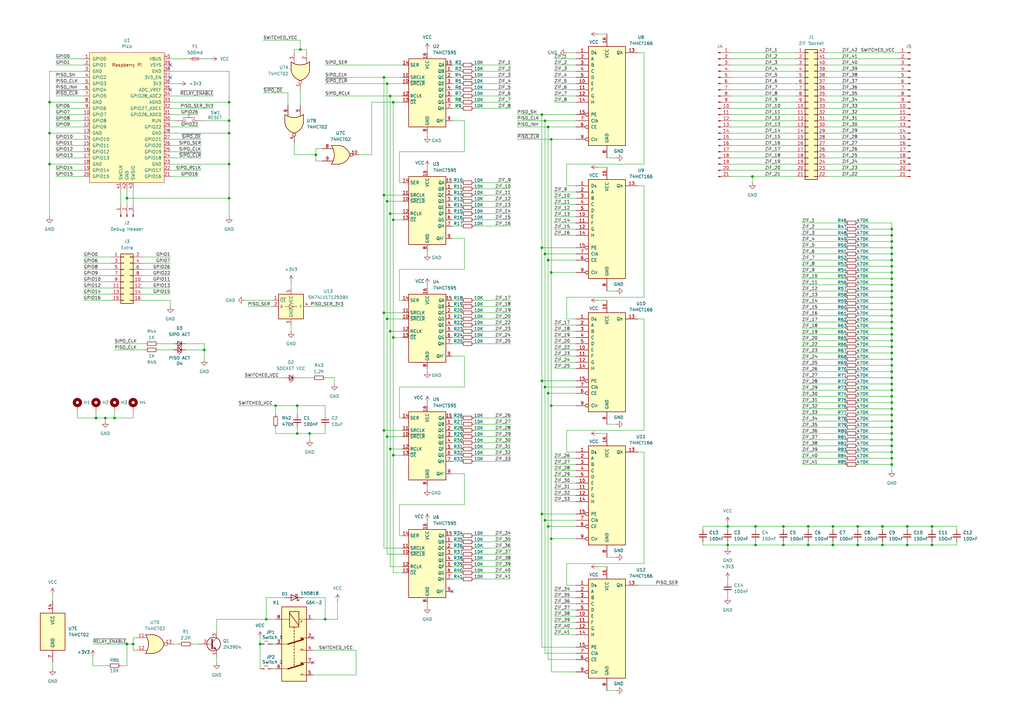
<source format=kicad_sch>
(kicad_sch (version 20231120) (generator "eeschema") (generator_version "8.0")
  (paper "A3")
  (lib_symbols
    (symbol "74xx:74HC02" (pin_names (offset 1.016))
      (property "Reference" "U" (at 0 1.27 0))
      (property "Value" "74HC02" (at 0 -1.27 0))
      (symbol "74HC02_1_1"
        (pin output inverted (at 7.62 0 180) (length 3.81) (name "~") (number "1"))
        (pin input line (at -7.62 2.54 0) (length 4.318) (name "~") (number "2"))
        (pin input line (at -7.62 -2.54 0) (length 4.318) (name "~") (number "3"))
      )
      (symbol "74HC02_1_2"
        (pin output line (at 7.62 0 180) (length 3.81) (name "~") (number "1"))
        (pin input inverted (at -7.62 2.54 0) (length 3.81) (name "~") (number "2"))
        (pin input inverted (at -7.62 -2.54 0) (length 3.81) (name "~") (number "3"))
      )
      (symbol "74HC02_2_1"
        (pin output inverted (at 7.62 0 180) (length 3.81) (name "~") (number "4"))
        (pin input line (at -7.62 2.54 0) (length 4.318) (name "~") (number "5"))
        (pin input line (at -7.62 -2.54 0) (length 4.318) (name "~") (number "6"))
      )
      (symbol "74HC02_2_2"
        (pin output line (at 7.62 0 180) (length 3.81) (name "~") (number "4"))
        (pin input inverted (at -7.62 2.54 0) (length 3.81) (name "~") (number "5"))
        (pin input inverted (at -7.62 -2.54 0) (length 3.81) (name "~") (number "6"))
      )
      (symbol "74HC02_3_1"
        (pin output inverted (at 7.62 0 180) (length 3.81) (name "~") (number "10"))
        (pin input line (at -7.62 2.54 0) (length 4.318) (name "~") (number "8"))
        (pin input line (at -7.62 -2.54 0) (length 4.318) (name "~") (number "9"))
      )
      (symbol "74HC02_3_2"
        (pin output line (at 7.62 0 180) (length 3.81) (name "~") (number "10"))
        (pin input inverted (at -7.62 2.54 0) (length 3.81) (name "~") (number "8"))
        (pin input inverted (at -7.62 -2.54 0) (length 3.81) (name "~") (number "9"))
      )
      (symbol "74HC02_4_1"
        (pin input line (at -7.62 2.54 0) (length 4.318) (name "~") (number "11"))
        (pin input line (at -7.62 -2.54 0) (length 4.318) (name "~") (number "12"))
        (pin output inverted (at 7.62 0 180) (length 3.81) (name "~") (number "13"))
      )
      (symbol "74HC02_4_2"
        (pin input inverted (at -7.62 2.54 0) (length 3.81) (name "~") (number "11"))
        (pin input inverted (at -7.62 -2.54 0) (length 3.81) (name "~") (number "12"))
        (pin output line (at 7.62 0 180) (length 3.81) (name "~") (number "13"))
      )
      (symbol "74HC02_5_0"
        (pin power_in line (at 0 12.7 270) (length 5.08) (name "VCC") (number "14"))
        (pin power_in line (at 0 -12.7 90) (length 5.08) (name "GND") (number "7"))
      )
    )
    (symbol "74xx:74HC595"
      (property "Reference" "U" (at -7.62 13.97 0))
      (property "Value" "74HC595" (at -7.62 -16.51 0))
      (symbol "74HC595_1_0"
        (pin tri_state line (at 10.16 7.62 180) (length 2.54) (name "QB") (number "1"))
        (pin input line (at -10.16 2.54 0) (length 2.54) (name "~{SRCLR}") (number "10"))
        (pin input line (at -10.16 5.08 0) (length 2.54) (name "SRCLK") (number "11"))
        (pin input line (at -10.16 -2.54 0) (length 2.54) (name "RCLK") (number "12"))
        (pin input line (at -10.16 -5.08 0) (length 2.54) (name "~{OE}") (number "13"))
        (pin input line (at -10.16 10.16 0) (length 2.54) (name "SER") (number "14"))
        (pin tri_state line (at 10.16 10.16 180) (length 2.54) (name "QA") (number "15"))
        (pin power_in line (at 0 15.24 270) (length 2.54) (name "VCC") (number "16"))
        (pin tri_state line (at 10.16 5.08 180) (length 2.54) (name "QC") (number "2"))
        (pin tri_state line (at 10.16 2.54 180) (length 2.54) (name "QD") (number "3"))
        (pin tri_state line (at 10.16 0 180) (length 2.54) (name "QE") (number "4"))
        (pin tri_state line (at 10.16 -2.54 180) (length 2.54) (name "QF") (number "5"))
        (pin tri_state line (at 10.16 -5.08 180) (length 2.54) (name "QG") (number "6"))
        (pin tri_state line (at 10.16 -7.62 180) (length 2.54) (name "QH") (number "7"))
        (pin power_in line (at 0 -17.78 90) (length 2.54) (name "GND") (number "8"))
        (pin output line (at 10.16 -12.7 180) (length 2.54) (name "QH'") (number "9"))
      )
    )
    (symbol "74xx:74LS166" (pin_names (offset 1.016))
      (property "Reference" "U" (at -7.62 21.59 0))
      (property "Value" "74LS166" (at -7.62 -21.59 0))
      (symbol "74LS166_1_0"
        (pin input line (at -12.7 17.78 0) (length 5.08) (name "Ds") (number "1"))
        (pin input line (at -12.7 5.08 0) (length 5.08) (name "E") (number "10"))
        (pin input line (at -12.7 2.54 0) (length 5.08) (name "F") (number "11"))
        (pin input line (at -12.7 0 0) (length 5.08) (name "G") (number "12"))
        (pin output line (at 12.7 17.78 180) (length 5.08) (name "Qh") (number "13"))
        (pin input line (at -12.7 -2.54 0) (length 5.08) (name "H") (number "14"))
        (pin input inverted (at -12.7 -7.62 0) (length 5.08) (name "PE") (number "15"))
        (pin power_in line (at 0 25.4 270) (length 5.08) (name "VCC") (number "16"))
        (pin input line (at -12.7 15.24 0) (length 5.08) (name "A") (number "2"))
        (pin input line (at -12.7 12.7 0) (length 5.08) (name "B") (number "3"))
        (pin input line (at -12.7 10.16 0) (length 5.08) (name "C") (number "4"))
        (pin input line (at -12.7 7.62 0) (length 5.08) (name "D") (number "5"))
        (pin input inverted (at -12.7 -12.7 0) (length 5.08) (name "CE") (number "6"))
        (pin input line (at -12.7 -10.16 0) (length 5.08) (name "Clk") (number "7"))
        (pin power_in line (at 0 -25.4 90) (length 5.08) (name "GND") (number "8"))
        (pin input inverted (at -12.7 -17.78 0) (length 5.08) (name "Clr") (number "9"))
      )
    )
    (symbol "Connector:Conn_01x03_Pin" (pin_names (offset 1.016) hide)
      (property "Reference" "J" (at 0 5.08 0))
      (property "Value" "Conn_01x03_Pin" (at 0 -5.08 0))
      (symbol "Conn_01x03_Pin_1_1"
        (pin passive line (at 5.08 2.54 180) (length 3.81) (name "Pin_1") (number "1"))
        (pin passive line (at 5.08 0 180) (length 3.81) (name "Pin_2") (number "2"))
        (pin passive line (at 5.08 -2.54 180) (length 3.81) (name "Pin_3") (number "3"))
      )
    )
    (symbol "Connector:Conn_01x21_Pin" (pin_names (offset 1.016) hide)
      (property "Reference" "J" (at 0 27.94 0))
      (property "Value" "Conn_01x21_Pin" (at 0 -27.94 0))
      (symbol "Conn_01x21_Pin_1_1"
        (pin passive line (at 5.08 25.4 180) (length 3.81) (name "Pin_1") (number "1"))
        (pin passive line (at 5.08 2.54 180) (length 3.81) (name "Pin_10") (number "10"))
        (pin passive line (at 5.08 0 180) (length 3.81) (name "Pin_11") (number "11"))
        (pin passive line (at 5.08 -2.54 180) (length 3.81) (name "Pin_12") (number "12"))
        (pin passive line (at 5.08 -5.08 180) (length 3.81) (name "Pin_13") (number "13"))
        (pin passive line (at 5.08 -7.62 180) (length 3.81) (name "Pin_14") (number "14"))
        (pin passive line (at 5.08 -10.16 180) (length 3.81) (name "Pin_15") (number "15"))
        (pin passive line (at 5.08 -12.7 180) (length 3.81) (name "Pin_16") (number "16"))
        (pin passive line (at 5.08 -15.24 180) (length 3.81) (name "Pin_17") (number "17"))
        (pin passive line (at 5.08 -17.78 180) (length 3.81) (name "Pin_18") (number "18"))
        (pin passive line (at 5.08 -20.32 180) (length 3.81) (name "Pin_19") (number "19"))
        (pin passive line (at 5.08 22.86 180) (length 3.81) (name "Pin_2") (number "2"))
        (pin passive line (at 5.08 -22.86 180) (length 3.81) (name "Pin_20") (number "20"))
        (pin passive line (at 5.08 -25.4 180) (length 3.81) (name "Pin_21") (number "21"))
        (pin passive line (at 5.08 20.32 180) (length 3.81) (name "Pin_3") (number "3"))
        (pin passive line (at 5.08 17.78 180) (length 3.81) (name "Pin_4") (number "4"))
        (pin passive line (at 5.08 15.24 180) (length 3.81) (name "Pin_5") (number "5"))
        (pin passive line (at 5.08 12.7 180) (length 3.81) (name "Pin_6") (number "6"))
        (pin passive line (at 5.08 10.16 180) (length 3.81) (name "Pin_7") (number "7"))
        (pin passive line (at 5.08 7.62 180) (length 3.81) (name "Pin_8") (number "8"))
        (pin passive line (at 5.08 5.08 180) (length 3.81) (name "Pin_9") (number "9"))
      )
    )
    (symbol "Connector_Generic:Conn_02x08_Odd_Even" (pin_names (offset 1.016) hide)
      (property "Reference" "J" (at 1.27 10.16 0))
      (property "Value" "Conn_02x08_Odd_Even" (at 1.27 -12.7 0))
      (symbol "Conn_02x08_Odd_Even_1_1"
        (pin passive line (at -5.08 7.62 0) (length 3.81) (name "Pin_1") (number "1"))
        (pin passive line (at 7.62 -2.54 180) (length 3.81) (name "Pin_10") (number "10"))
        (pin passive line (at -5.08 -5.08 0) (length 3.81) (name "Pin_11") (number "11"))
        (pin passive line (at 7.62 -5.08 180) (length 3.81) (name "Pin_12") (number "12"))
        (pin passive line (at -5.08 -7.62 0) (length 3.81) (name "Pin_13") (number "13"))
        (pin passive line (at 7.62 -7.62 180) (length 3.81) (name "Pin_14") (number "14"))
        (pin passive line (at -5.08 -10.16 0) (length 3.81) (name "Pin_15") (number "15"))
        (pin passive line (at 7.62 -10.16 180) (length 3.81) (name "Pin_16") (number "16"))
        (pin passive line (at 7.62 7.62 180) (length 3.81) (name "Pin_2") (number "2"))
        (pin passive line (at -5.08 5.08 0) (length 3.81) (name "Pin_3") (number "3"))
        (pin passive line (at 7.62 5.08 180) (length 3.81) (name "Pin_4") (number "4"))
        (pin passive line (at -5.08 2.54 0) (length 3.81) (name "Pin_5") (number "5"))
        (pin passive line (at 7.62 2.54 180) (length 3.81) (name "Pin_6") (number "6"))
        (pin passive line (at -5.08 0 0) (length 3.81) (name "Pin_7") (number "7"))
        (pin passive line (at 7.62 0 180) (length 3.81) (name "Pin_8") (number "8"))
        (pin passive line (at -5.08 -2.54 0) (length 3.81) (name "Pin_9") (number "9"))
      )
    )
    (symbol "Connector_Generic:Conn_02x21_Counter_Clockwise" (pin_names (offset 1.016) hide)
      (property "Reference" "J" (at 1.27 27.94 0))
      (property "Value" "Conn_02x21_Counter_Clockwise" (at 1.27 -27.94 0))
      (symbol "Conn_02x21_Counter_Clockwise_1_1"
        (pin passive line (at -5.08 25.4 0) (length 3.81) (name "Pin_1") (number "1"))
        (pin passive line (at -5.08 2.54 0) (length 3.81) (name "Pin_10") (number "10"))
        (pin passive line (at -5.08 0 0) (length 3.81) (name "Pin_11") (number "11"))
        (pin passive line (at -5.08 -2.54 0) (length 3.81) (name "Pin_12") (number "12"))
        (pin passive line (at -5.08 -5.08 0) (length 3.81) (name "Pin_13") (number "13"))
        (pin passive line (at -5.08 -7.62 0) (length 3.81) (name "Pin_14") (number "14"))
        (pin passive line (at -5.08 -10.16 0) (length 3.81) (name "Pin_15") (number "15"))
        (pin passive line (at -5.08 -12.7 0) (length 3.81) (name "Pin_16") (number "16"))
        (pin passive line (at -5.08 -15.24 0) (length 3.81) (name "Pin_17") (number "17"))
        (pin passive line (at -5.08 -17.78 0) (length 3.81) (name "Pin_18") (number "18"))
        (pin passive line (at -5.08 -20.32 0) (length 3.81) (name "Pin_19") (number "19"))
        (pin passive line (at -5.08 22.86 0) (length 3.81) (name "Pin_2") (number "2"))
        (pin passive line (at -5.08 -22.86 0) (length 3.81) (name "Pin_20") (number "20"))
        (pin passive line (at -5.08 -25.4 0) (length 3.81) (name "Pin_21") (number "21"))
        (pin passive line (at 7.62 -25.4 180) (length 3.81) (name "Pin_22") (number "22"))
        (pin passive line (at 7.62 -22.86 180) (length 3.81) (name "Pin_23") (number "23"))
        (pin passive line (at 7.62 -20.32 180) (length 3.81) (name "Pin_24") (number "24"))
        (pin passive line (at 7.62 -17.78 180) (length 3.81) (name "Pin_25") (number "25"))
        (pin passive line (at 7.62 -15.24 180) (length 3.81) (name "Pin_26") (number "26"))
        (pin passive line (at 7.62 -12.7 180) (length 3.81) (name "Pin_27") (number "27"))
        (pin passive line (at 7.62 -10.16 180) (length 3.81) (name "Pin_28") (number "28"))
        (pin passive line (at 7.62 -7.62 180) (length 3.81) (name "Pin_29") (number "29"))
        (pin passive line (at -5.08 20.32 0) (length 3.81) (name "Pin_3") (number "3"))
        (pin passive line (at 7.62 -5.08 180) (length 3.81) (name "Pin_30") (number "30"))
        (pin passive line (at 7.62 -2.54 180) (length 3.81) (name "Pin_31") (number "31"))
        (pin passive line (at 7.62 0 180) (length 3.81) (name "Pin_32") (number "32"))
        (pin passive line (at 7.62 2.54 180) (length 3.81) (name "Pin_33") (number "33"))
        (pin passive line (at 7.62 5.08 180) (length 3.81) (name "Pin_34") (number "34"))
        (pin passive line (at 7.62 7.62 180) (length 3.81) (name "Pin_35") (number "35"))
        (pin passive line (at 7.62 10.16 180) (length 3.81) (name "Pin_36") (number "36"))
        (pin passive line (at 7.62 12.7 180) (length 3.81) (name "Pin_37") (number "37"))
        (pin passive line (at 7.62 15.24 180) (length 3.81) (name "Pin_38") (number "38"))
        (pin passive line (at 7.62 17.78 180) (length 3.81) (name "Pin_39") (number "39"))
        (pin passive line (at -5.08 17.78 0) (length 3.81) (name "Pin_4") (number "4"))
        (pin passive line (at 7.62 20.32 180) (length 3.81) (name "Pin_40") (number "40"))
        (pin passive line (at 7.62 22.86 180) (length 3.81) (name "Pin_41") (number "41"))
        (pin passive line (at 7.62 25.4 180) (length 3.81) (name "Pin_42") (number "42"))
        (pin passive line (at -5.08 15.24 0) (length 3.81) (name "Pin_5") (number "5"))
        (pin passive line (at -5.08 12.7 0) (length 3.81) (name "Pin_6") (number "6"))
        (pin passive line (at -5.08 10.16 0) (length 3.81) (name "Pin_7") (number "7"))
        (pin passive line (at -5.08 7.62 0) (length 3.81) (name "Pin_8") (number "8"))
        (pin passive line (at -5.08 5.08 0) (length 3.81) (name "Pin_9") (number "9"))
      )
    )
    (symbol "Device:C_Small" (pin_numbers hide) (pin_names (offset 0.254) hide)
      (property "Reference" "C" (at 0.254 1.778 0))
      (property "Value" "C_Small" (at 0.254 -2.032 0))
      (symbol "C_Small_1_1"
        (pin passive line (at 0 2.54 270) (length 2.032) (name "~") (number "1"))
        (pin passive line (at 0 -2.54 90) (length 2.032) (name "~") (number "2"))
      )
    )
    (symbol "Device:Fuse_Small" (pin_numbers hide) (pin_names (offset 0.254) hide)
      (property "Reference" "F" (at 0 -1.524 0))
      (property "Value" "Fuse_Small" (at 0 1.524 0))
      (symbol "Fuse_Small_1_1"
        (pin passive line (at -2.54 0 0) (length 1.27) (name "~") (number "1"))
        (pin passive line (at 2.54 0 180) (length 1.27) (name "~") (number "2"))
      )
    )
    (symbol "Device:LED_Small" (pin_numbers hide) (pin_names (offset 0.254) hide)
      (property "Reference" "D" (at -1.27 3.175 0))
      (property "Value" "LED_Small" (at -4.445 -2.54 0))
      (symbol "LED_Small_1_1"
        (pin passive line (at -2.54 0 0) (length 1.778) (name "K") (number "1"))
        (pin passive line (at 2.54 0 180) (length 1.778) (name "A") (number "2"))
      )
    )
    (symbol "Device:R_Small" (pin_numbers hide) (pin_names (offset 0.254) hide)
      (property "Reference" "R" (at 0.762 0.508 0))
      (property "Value" "R_Small" (at 0.762 -1.016 0))
      (symbol "R_Small_1_1"
        (pin passive line (at 0 2.54 270) (length 0.762) (name "~") (number "1"))
        (pin passive line (at 0 -2.54 90) (length 0.762) (name "~") (number "2"))
      )
    )
    (symbol "Diode:1N5818" (pin_numbers hide) (pin_names (offset 1.016) hide)
      (property "Reference" "D" (at 0 2.54 0))
      (property "Value" "1N5818" (at 0 -2.54 0))
      (symbol "1N5818_1_1"
        (pin passive line (at -3.81 0 0) (length 2.54) (name "K") (number "1"))
        (pin passive line (at 3.81 0 180) (length 2.54) (name "A") (number "2"))
      )
    )
    (symbol "Jumper:Jumper_2_Small_Open" (pin_numbers hide) (pin_names (offset 0) hide) (exclude_from_sim yes)
      (property "Reference" "JP" (at 0 2.794 0))
      (property "Value" "Jumper_2_Small_Open" (at 0 -2.286 0))
      (symbol "Jumper_2_Small_Open_1_1"
        (pin passive line (at -2.54 0 0) (length 1.27) (name "A") (number "1"))
        (pin passive line (at 2.54 0 180) (length 1.27) (name "B") (number "2"))
      )
    )
    (symbol "Logic_LevelTranslator:SN74LV1T125DBV"
      (property "Reference" "U" (at 5.08 6.35 0))
      (property "Value" "SN74LV1T125DBV" (at 5.08 3.81 0))
      (symbol "SN74LV1T125DBV_1_1"
        (pin input line (at -7.62 2.54 0) (length 2.54) (name "~{OE}") (number "1"))
        (pin input line (at -7.62 0 0) (length 2.54) (name "A") (number "2"))
        (pin power_in line (at 0 -7.62 90) (length 2.54) (name "GND") (number "3"))
        (pin output line (at 7.62 0 180) (length 2.54) (name "Y") (number "4"))
        (pin power_in line (at 0 7.62 270) (length 2.54) (name "VCC") (number "5"))
      )
    )
    (symbol "MCU_RaspberryPi_and_Boards:Pico" (pin_names (offset 1.016))
      (property "Reference" "U" (at -13.97 27.94 0))
      (property "Value" "Pico" (at 0 19.05 0))
      (symbol "Pico_0_0"
        (text "Raspberry Pi" (at 0 21.59 0) (effects (font (size 1.27 1.27))))
      )
      (symbol "Pico_1_1"
        (pin bidirectional line (at -17.78 24.13 0) (length 2.54) (name "GPIO0") (number "1"))
        (pin bidirectional line (at -17.78 1.27 0) (length 2.54) (name "GPIO7") (number "10"))
        (pin bidirectional line (at -17.78 -1.27 0) (length 2.54) (name "GPIO8") (number "11"))
        (pin bidirectional line (at -17.78 -3.81 0) (length 2.54) (name "GPIO9") (number "12"))
        (pin power_in line (at -17.78 -6.35 0) (length 2.54) (name "GND") (number "13"))
        (pin bidirectional line (at -17.78 -8.89 0) (length 2.54) (name "GPIO10") (number "14"))
        (pin bidirectional line (at -17.78 -11.43 0) (length 2.54) (name "GPIO11") (number "15"))
        (pin bidirectional line (at -17.78 -13.97 0) (length 2.54) (name "GPIO12") (number "16"))
        (pin bidirectional line (at -17.78 -16.51 0) (length 2.54) (name "GPIO13") (number "17"))
        (pin power_in line (at -17.78 -19.05 0) (length 2.54) (name "GND") (number "18"))
        (pin bidirectional line (at -17.78 -21.59 0) (length 2.54) (name "GPIO14") (number "19"))
        (pin bidirectional line (at -17.78 21.59 0) (length 2.54) (name "GPIO1") (number "2"))
        (pin bidirectional line (at -17.78 -24.13 0) (length 2.54) (name "GPIO15") (number "20"))
        (pin bidirectional line (at 17.78 -24.13 180) (length 2.54) (name "GPIO16") (number "21"))
        (pin bidirectional line (at 17.78 -21.59 180) (length 2.54) (name "GPIO17") (number "22"))
        (pin power_in line (at 17.78 -19.05 180) (length 2.54) (name "GND") (number "23"))
        (pin bidirectional line (at 17.78 -16.51 180) (length 2.54) (name "GPIO18") (number "24"))
        (pin bidirectional line (at 17.78 -13.97 180) (length 2.54) (name "GPIO19") (number "25"))
        (pin bidirectional line (at 17.78 -11.43 180) (length 2.54) (name "GPIO20") (number "26"))
        (pin bidirectional line (at 17.78 -8.89 180) (length 2.54) (name "GPIO21") (number "27"))
        (pin power_in line (at 17.78 -6.35 180) (length 2.54) (name "GND") (number "28"))
        (pin bidirectional line (at 17.78 -3.81 180) (length 2.54) (name "GPIO22") (number "29"))
        (pin power_in line (at -17.78 19.05 0) (length 2.54) (name "GND") (number "3"))
        (pin input line (at 17.78 -1.27 180) (length 2.54) (name "RUN") (number "30"))
        (pin bidirectional line (at 17.78 1.27 180) (length 2.54) (name "GPIO26_ADC0") (number "31"))
        (pin bidirectional line (at 17.78 3.81 180) (length 2.54) (name "GPIO27_ADC1") (number "32"))
        (pin power_in line (at 17.78 6.35 180) (length 2.54) (name "AGND") (number "33"))
        (pin bidirectional line (at 17.78 8.89 180) (length 2.54) (name "GPIO28_ADC2") (number "34"))
        (pin unspecified line (at 17.78 11.43 180) (length 2.54) (name "ADC_VREF") (number "35"))
        (pin unspecified line (at 17.78 13.97 180) (length 2.54) (name "3V3") (number "36"))
        (pin input line (at 17.78 16.51 180) (length 2.54) (name "3V3_EN") (number "37"))
        (pin bidirectional line (at 17.78 19.05 180) (length 2.54) (name "GND") (number "38"))
        (pin unspecified line (at 17.78 21.59 180) (length 2.54) (name "VSYS") (number "39"))
        (pin bidirectional line (at -17.78 16.51 0) (length 2.54) (name "GPIO2") (number "4"))
        (pin unspecified line (at 17.78 24.13 180) (length 2.54) (name "VBUS") (number "40"))
        (pin input line (at -2.54 -29.21 90) (length 2.54) (name "SWCLK") (number "41"))
        (pin power_in line (at 0 -29.21 90) (length 2.54) (name "GND") (number "42"))
        (pin bidirectional line (at 2.54 -29.21 90) (length 2.54) (name "SWDIO") (number "43"))
        (pin bidirectional line (at -17.78 13.97 0) (length 2.54) (name "GPIO3") (number "5"))
        (pin bidirectional line (at -17.78 11.43 0) (length 2.54) (name "GPIO4") (number "6"))
        (pin bidirectional line (at -17.78 8.89 0) (length 2.54) (name "GPIO5") (number "7"))
        (pin power_in line (at -17.78 6.35 0) (length 2.54) (name "GND") (number "8"))
        (pin bidirectional line (at -17.78 3.81 0) (length 2.54) (name "GPIO6") (number "9"))
      )
    )
    (symbol "Mechanical:MountingHole_Pad" (pin_numbers hide) (pin_names (offset 1.016) hide) (exclude_from_sim yes) (in_bom no)
      (property "Reference" "H" (at 0 6.35 0))
      (property "Value" "MountingHole_Pad" (at 0 4.445 0))
      (symbol "MountingHole_Pad_1_1"
        (pin input line (at 0 -2.54 90) (length 2.54) (name "1") (number "1"))
      )
    )
    (symbol "Relay:G6K-2"
      (property "Reference" "K" (at 16.51 3.81 0))
      (property "Value" "G6K-2" (at 16.51 1.27 0))
      (symbol "G6K-2_0_0"
        (text "+" (at -9.271 2.921 0) (effects (font (size 1.27 1.27))))
      )
      (symbol "G6K-2_1_1"
        (pin passive line (at -10.16 7.62 270) (length 2.54) (name "~") (number "1"))
        (pin passive line (at -2.54 7.62 270) (length 2.54) (name "~") (number "2"))
        (pin passive line (at 0 -7.62 90) (length 2.54) (name "~") (number "3"))
        (pin passive line (at 2.54 7.62 270) (length 2.54) (name "~") (number "4"))
        (pin passive line (at 12.7 7.62 270) (length 2.54) (name "~") (number "5"))
        (pin passive line (at 10.16 -7.62 90) (length 2.54) (name "~") (number "6"))
        (pin passive line (at 7.62 7.62 270) (length 2.54) (name "~") (number "7"))
        (pin passive line (at -10.16 -7.62 90) (length 2.54) (name "~") (number "8"))
      )
    )
    (symbol "Switch:SW_Push" (pin_numbers hide) (pin_names (offset 1.016) hide)
      (property "Reference" "SW" (at 1.27 2.54 0))
      (property "Value" "SW_Push" (at 0 -1.524 0))
      (symbol "SW_Push_0_1"
        (pin passive line (at -5.08 0 0) (length 2.54) (name "1") (number "1"))
        (pin passive line (at 5.08 0 180) (length 2.54) (name "2") (number "2"))
      )
    )
    (symbol "Transistor_BJT:2N3904" (pin_names (offset 0) hide)
      (property "Reference" "Q" (at 5.08 1.905 0))
      (property "Value" "2N3904" (at 5.08 0 0))
      (symbol "2N3904_1_1"
        (pin passive line (at 2.54 -5.08 90) (length 2.54) (name "E") (number "1"))
        (pin passive line (at -5.08 0 0) (length 5.715) (name "B") (number "2"))
        (pin passive line (at 2.54 5.08 270) (length 2.54) (name "C") (number "3"))
      )
    )
    (symbol "power:+3V3" (power) (pin_numbers hide) (pin_names (offset 0) hide)
      (property "Value" "+3V3" (at 0 3.556 0))
      (symbol "+3V3_1_1"
        (pin power_in line (at 0 0 90) (length 0) (name "~") (number "1"))
      )
    )
    (symbol "power:GND" (power) (pin_numbers hide) (pin_names (offset 0) hide)
      (property "Value" "GND" (at 0 -3.81 0))
      (symbol "GND_1_1"
        (pin power_in line (at 0 0 270) (length 0) (name "~") (number "1"))
      )
    )
    (symbol "power:VCC" (power) (pin_numbers hide) (pin_names (offset 0) hide)
      (property "Value" "VCC" (at 0 3.556 0))
      (symbol "VCC_1_1"
        (pin power_in line (at 0 0 90) (length 0) (name "~") (number "1"))
      )
    )
  )
  (junction (at 158.75 34.29))
  (junction (at 222.25 210.82))
  (junction (at 365.76 167.64))
  (junction (at 223.52 158.75))
  (junction (at 365.76 127))
  (junction (at 20.32 41.91))
  (junction (at 382.27 215.9))
  (junction (at 365.76 104.14))
  (junction (at 331.47 215.9))
  (junction (at 365.76 137.16))
  (junction (at 161.29 138.43))
  (junction (at 226.06 166.37))
  (junction (at 160.02 87.63))
  (junction (at 223.52 213.36))
  (junction (at 129.54 63.5))
  (junction (at 226.06 220.98))
  (junction (at 226.06 111.76))
  (junction (at 222.25 101.6))
  (junction (at 158.75 179.07))
  (junction (at 224.79 106.68))
  (junction (at 321.31 223.52))
  (junction (at 365.76 93.98))
  (junction (at 365.76 99.06))
  (junction (at 365.76 134.62))
  (junction (at 365.76 162.56))
  (junction (at 365.76 111.76))
  (junction (at 365.76 124.46))
  (junction (at 365.76 139.7))
  (junction (at 351.79 223.52))
  (junction (at 365.76 185.42))
  (junction (at 365.76 119.38))
  (junction (at 309.88 215.9))
  (junction (at 20.32 54.61))
  (junction (at 160.02 135.89))
  (junction (at 93.98 41.91))
  (junction (at 365.76 165.1))
  (junction (at 127 177.8))
  (junction (at 365.76 106.68))
  (junction (at 223.52 49.53))
  (junction (at 361.95 223.52))
  (junction (at 157.48 31.75))
  (junction (at 226.06 57.15))
  (junction (at 93.98 67.31))
  (junction (at 224.79 215.9))
  (junction (at 365.76 187.96))
  (junction (at 365.76 180.34))
  (junction (at 93.98 49.53))
  (junction (at 365.76 129.54))
  (junction (at 157.48 80.01))
  (junction (at 39.37 171.45))
  (junction (at 161.29 41.91))
  (junction (at 298.45 223.52))
  (junction (at 365.76 157.48))
  (junction (at 365.76 149.86))
  (junction (at 365.76 101.6))
  (junction (at 365.76 172.72))
  (junction (at 93.98 81.28))
  (junction (at 321.31 215.9))
  (junction (at 309.88 223.52))
  (junction (at 157.48 128.27))
  (junction (at 382.27 223.52))
  (junction (at 113.03 166.37))
  (junction (at 365.76 121.92))
  (junction (at 365.76 154.94))
  (junction (at 224.79 52.07))
  (junction (at 158.75 82.55))
  (junction (at 158.75 130.81))
  (junction (at 365.76 109.22))
  (junction (at 365.76 116.84))
  (junction (at 365.76 170.18))
  (junction (at 365.76 177.8))
  (junction (at 341.63 215.9))
  (junction (at 361.95 215.9))
  (junction (at 224.79 161.29))
  (junction (at 157.48 176.53))
  (junction (at 52.07 81.28))
  (junction (at 331.47 223.52))
  (junction (at 46.99 171.45))
  (junction (at 365.76 144.78))
  (junction (at 308.61 72.39))
  (junction (at 52.07 264.16))
  (junction (at 365.76 147.32))
  (junction (at 106.68 264.16))
  (junction (at 20.32 67.31))
  (junction (at 365.76 152.4))
  (junction (at 372.11 215.9))
  (junction (at 365.76 175.26))
  (junction (at 223.52 104.14))
  (junction (at 161.29 90.17))
  (junction (at 365.76 182.88))
  (junction (at 123.19 20.32))
  (junction (at 365.76 114.3))
  (junction (at 365.76 132.08))
  (junction (at 341.63 223.52))
  (junction (at 121.92 166.37))
  (junction (at 365.76 160.02))
  (junction (at 109.22 254))
  (junction (at 54.61 264.16))
  (junction (at 351.79 215.9))
  (junction (at 83.82 143.51))
  (junction (at 365.76 96.52))
  (junction (at 365.76 142.24))
  (junction (at 222.25 46.99))
  (junction (at 161.29 186.69))
  (junction (at 222.25 156.21))
  (junction (at 298.45 215.9))
  (junction (at 121.92 177.8))
  (junction (at 43.18 171.45))
  (junction (at 372.11 223.52))
  (junction (at 133.35 254))
  (junction (at 93.98 54.61))
  (junction (at 160.02 184.15))
  (junction (at 160.02 39.37))
  (junction (at 365.76 190.5))
  (no_connect (at 128.27 271.78))
  (no_connect (at 69.85 36.83))
  (no_connect (at 69.85 31.75))
  (no_connect (at 185.42 242.57))
  (no_connect (at 128.27 261.62))
  (no_connect (at 69.85 26.67))
  (wire (pts (xy 22.86 39.37) (xy 34.29 39.37)))
  (wire (pts (xy 365.76 175.26) (xy 365.76 177.8)))
  (wire (pts (xy 351.79 152.4) (xy 365.76 152.4)))
  (wire (pts (xy 351.79 121.92) (xy 365.76 121.92)))
  (wire (pts (xy 331.47 223.52) (xy 341.63 223.52)))
  (wire (pts (xy 299.72 21.59) (xy 326.39 21.59)))
  (wire (pts (xy 341.63 215.9) (xy 351.79 215.9)))
  (wire (pts (xy 83.82 143.51) (xy 83.82 147.32)))
  (wire (pts (xy 121.92 177.8) (xy 127 177.8)))
  (wire (pts (xy 185.42 80.01) (xy 189.23 80.01)))
  (wire (pts (xy 194.31 176.53) (xy 209.55 176.53)))
  (wire (pts (xy 20.32 54.61) (xy 20.32 41.91)))
  (wire (pts (xy 224.79 106.68) (xy 224.79 161.29)))
  (wire (pts (xy 20.32 88.9) (xy 20.32 67.31)))
  (wire (pts (xy 245.11 13.97) (xy 248.92 13.97)))
  (wire (pts (xy 224.79 52.07) (xy 224.79 106.68)))
  (wire (pts (xy 20.32 54.61) (xy 34.29 54.61)))
  (wire (pts (xy 339.09 26.67) (xy 368.3 26.67)))
  (wire (pts (xy 339.09 69.85) (xy 368.3 69.85)))
  (wire (pts (xy 129.54 60.96) (xy 129.54 63.5)))
  (wire (pts (xy 261.62 21.59) (xy 264.16 21.59)))
  (wire (pts (xy 93.98 41.91) (xy 93.98 49.53)))
  (wire (pts (xy 264.16 176.53) (xy 232.41 176.53)))
  (wire (pts (xy 227.33 83.82) (xy 236.22 83.82)))
  (wire (pts (xy 299.72 57.15) (xy 326.39 57.15)))
  (wire (pts (xy 212.09 52.07) (xy 224.79 52.07)))
  (wire (pts (xy 22.86 69.85) (xy 34.29 69.85)))
  (wire (pts (xy 52.07 264.16) (xy 54.61 264.16)))
  (wire (pts (xy 194.31 87.63) (xy 209.55 87.63)))
  (wire (pts (xy 227.33 198.12) (xy 236.22 198.12)))
  (wire (pts (xy 232.41 130.81) (xy 236.22 130.81)))
  (wire (pts (xy 107.95 38.1) (xy 118.11 38.1)))
  (wire (pts (xy 328.93 157.48) (xy 346.71 157.48)))
  (wire (pts (xy 109.22 254) (xy 109.22 245.11)))
  (wire (pts (xy 22.86 72.39) (xy 34.29 72.39)))
  (wire (pts (xy 185.42 135.89) (xy 189.23 135.89)))
  (wire (pts (xy 194.31 31.75) (xy 209.55 31.75)))
  (wire (pts (xy 185.42 140.97) (xy 189.23 140.97)))
  (wire (pts (xy 351.79 180.34) (xy 365.76 180.34)))
  (wire (pts (xy 351.79 106.68) (xy 365.76 106.68)))
  (wire (pts (xy 82.55 49.53) (xy 93.98 49.53)))
  (wire (pts (xy 133.35 31.75) (xy 157.48 31.75)))
  (wire (pts (xy 175.26 247.65) (xy 175.26 248.92)))
  (wire (pts (xy 365.76 157.48) (xy 365.76 160.02)))
  (wire (pts (xy 351.79 124.46) (xy 365.76 124.46)))
  (wire (pts (xy 83.82 140.97) (xy 83.82 143.51)))
  (wire (pts (xy 185.42 34.29) (xy 189.23 34.29)))
  (wire (pts (xy 152.4 41.91) (xy 161.29 41.91)))
  (wire (pts (xy 309.88 223.52) (xy 321.31 223.52)))
  (wire (pts (xy 339.09 29.21) (xy 368.3 29.21)))
  (wire (pts (xy 226.06 111.76) (xy 226.06 166.37)))
  (wire (pts (xy 261.62 130.81) (xy 264.16 130.81)))
  (wire (pts (xy 227.33 41.91) (xy 236.22 41.91)))
  (wire (pts (xy 158.75 179.07) (xy 165.1 179.07)))
  (wire (pts (xy 185.42 227.33) (xy 189.23 227.33)))
  (wire (pts (xy 227.33 138.43) (xy 236.22 138.43)))
  (wire (pts (xy 39.37 168.91) (xy 39.37 171.45)))
  (wire (pts (xy 264.16 231.14) (xy 232.41 231.14)))
  (wire (pts (xy 119.38 115.57) (xy 119.38 118.11)))
  (wire (pts (xy 328.93 142.24) (xy 346.71 142.24)))
  (wire (pts (xy 227.33 250.19) (xy 236.22 250.19)))
  (wire (pts (xy 351.79 127) (xy 365.76 127)))
  (wire (pts (xy 158.75 130.81) (xy 158.75 179.07)))
  (wire (pts (xy 328.93 144.78) (xy 346.71 144.78)))
  (wire (pts (xy 245.11 232.41) (xy 248.92 232.41)))
  (wire (pts (xy 185.42 36.83) (xy 189.23 36.83)))
  (wire (pts (xy 351.79 167.64) (xy 365.76 167.64)))
  (wire (pts (xy 190.5 62.23) (xy 163.83 62.23)))
  (wire (pts (xy 328.93 167.64) (xy 346.71 167.64)))
  (wire (pts (xy 113.03 175.26) (xy 113.03 177.8)))
  (wire (pts (xy 339.09 21.59) (xy 368.3 21.59)))
  (wire (pts (xy 194.31 41.91) (xy 209.55 41.91)))
  (wire (pts (xy 351.79 101.6) (xy 365.76 101.6)))
  (wire (pts (xy 264.16 121.92) (xy 232.41 121.92)))
  (wire (pts (xy 365.76 190.5) (xy 365.76 193.04)))
  (wire (pts (xy 224.79 215.9) (xy 236.22 215.9)))
  (wire (pts (xy 21.59 243.84) (xy 21.59 246.38)))
  (wire (pts (xy 120.65 58.42) (xy 120.65 63.5)))
  (wire (pts (xy 328.93 185.42) (xy 346.71 185.42)))
  (wire (pts (xy 101.6 125.73) (xy 111.76 125.73)))
  (wire (pts (xy 185.42 234.95) (xy 189.23 234.95)))
  (wire (pts (xy 339.09 46.99) (xy 368.3 46.99)))
  (wire (pts (xy 392.43 215.9) (xy 392.43 217.17)))
  (wire (pts (xy 308.61 72.39) (xy 326.39 72.39)))
  (wire (pts (xy 365.76 93.98) (xy 365.76 96.52)))
  (wire (pts (xy 223.52 104.14) (xy 223.52 158.75)))
  (wire (pts (xy 88.9 269.24) (xy 88.9 271.78)))
  (wire (pts (xy 20.32 67.31) (xy 20.32 54.61)))
  (wire (pts (xy 194.31 44.45) (xy 209.55 44.45)))
  (wire (pts (xy 34.29 107.95) (xy 45.72 107.95)))
  (wire (pts (xy 328.93 127) (xy 346.71 127)))
  (wire (pts (xy 160.02 87.63) (xy 160.02 135.89)))
  (wire (pts (xy 190.5 194.31) (xy 190.5 207.01)))
  (wire (pts (xy 223.52 213.36) (xy 223.52 267.97)))
  (wire (pts (xy 161.29 138.43) (xy 161.29 186.69)))
  (wire (pts (xy 226.06 220.98) (xy 226.06 275.59)))
  (wire (pts (xy 299.72 52.07) (xy 326.39 52.07)))
  (wire (pts (xy 328.93 91.44) (xy 346.71 91.44)))
  (wire (pts (xy 54.61 261.62) (xy 54.61 264.16)))
  (wire (pts (xy 222.25 101.6) (xy 222.25 156.21)))
  (wire (pts (xy 194.31 219.71) (xy 209.55 219.71)))
  (wire (pts (xy 20.32 41.91) (xy 34.29 41.91)))
  (wire (pts (xy 185.42 97.79) (xy 190.5 97.79)))
  (wire (pts (xy 351.79 157.48) (xy 365.76 157.48)))
  (wire (pts (xy 339.09 54.61) (xy 368.3 54.61)))
  (wire (pts (xy 321.31 223.52) (xy 331.47 223.52)))
  (wire (pts (xy 288.29 217.17) (xy 288.29 215.9)))
  (wire (pts (xy 121.92 166.37) (xy 133.35 166.37)))
  (wire (pts (xy 175.26 20.32) (xy 175.26 21.59)))
  (wire (pts (xy 116.84 154.94) (xy 100.33 154.94)))
  (wire (pts (xy 328.93 187.96) (xy 346.71 187.96)))
  (wire (pts (xy 309.88 215.9) (xy 309.88 217.17)))
  (wire (pts (xy 160.02 135.89) (xy 165.1 135.89)))
  (wire (pts (xy 351.79 116.84) (xy 365.76 116.84)))
  (wire (pts (xy 111.76 264.16) (xy 113.03 264.16)))
  (wire (pts (xy 365.76 152.4) (xy 365.76 154.94)))
  (wire (pts (xy 158.75 130.81) (xy 165.1 130.81)))
  (wire (pts (xy 194.31 26.67) (xy 209.55 26.67)))
  (wire (pts (xy 22.86 44.45) (xy 34.29 44.45)))
  (wire (pts (xy 351.79 91.44) (xy 365.76 91.44)))
  (wire (pts (xy 190.5 158.75) (xy 163.83 158.75)))
  (wire (pts (xy 382.27 222.25) (xy 382.27 223.52)))
  (wire (pts (xy 351.79 142.24) (xy 365.76 142.24)))
  (wire (pts (xy 106.68 261.62) (xy 106.68 264.16)))
  (wire (pts (xy 365.76 104.14) (xy 365.76 106.68)))
  (wire (pts (xy 133.35 166.37) (xy 133.35 170.18)))
  (wire (pts (xy 100.33 123.19) (xy 111.76 123.19)))
  (wire (pts (xy 224.79 52.07) (xy 236.22 52.07)))
  (wire (pts (xy 133.35 177.8) (xy 133.35 175.26)))
  (wire (pts (xy 34.29 118.11) (xy 45.72 118.11)))
  (wire (pts (xy 69.85 29.21) (xy 93.98 29.21)))
  (wire (pts (xy 339.09 39.37) (xy 368.3 39.37)))
  (wire (pts (xy 121.92 154.94) (xy 128.27 154.94)))
  (wire (pts (xy 223.52 213.36) (xy 236.22 213.36)))
  (wire (pts (xy 97.79 166.37) (xy 113.03 166.37)))
  (wire (pts (xy 328.93 180.34) (xy 346.71 180.34)))
  (wire (pts (xy 222.25 210.82) (xy 222.25 265.43)))
  (wire (pts (xy 34.29 105.41) (xy 45.72 105.41)))
  (wire (pts (xy 69.85 39.37) (xy 87.63 39.37)))
  (wire (pts (xy 54.61 264.16) (xy 54.61 266.7)))
  (wire (pts (xy 339.09 57.15) (xy 368.3 57.15)))
  (wire (pts (xy 133.35 245.11) (xy 133.35 254)))
  (wire (pts (xy 298.45 243.84) (xy 298.45 245.11)))
  (wire (pts (xy 157.48 176.53) (xy 165.1 176.53)))
  (wire (pts (xy 339.09 36.83) (xy 368.3 36.83)))
  (wire (pts (xy 46.99 168.91) (xy 46.99 171.45)))
  (wire (pts (xy 227.33 29.21) (xy 236.22 29.21)))
  (wire (pts (xy 190.5 110.49) (xy 163.83 110.49)))
  (wire (pts (xy 185.42 44.45) (xy 189.23 44.45)))
  (wire (pts (xy 194.31 181.61) (xy 209.55 181.61)))
  (wire (pts (xy 361.95 223.52) (xy 372.11 223.52)))
  (wire (pts (xy 146.05 276.86) (xy 146.05 266.7)))
  (wire (pts (xy 365.76 121.92) (xy 365.76 124.46)))
  (wire (pts (xy 288.29 222.25) (xy 288.29 223.52)))
  (wire (pts (xy 127 177.8) (xy 127 180.34)))
  (wire (pts (xy 232.41 240.03) (xy 236.22 240.03)))
  (wire (pts (xy 133.35 254) (xy 138.43 254)))
  (wire (pts (xy 21.59 271.78) (xy 21.59 274.32)))
  (wire (pts (xy 160.02 39.37) (xy 165.1 39.37)))
  (wire (pts (xy 227.33 200.66) (xy 236.22 200.66)))
  (wire (pts (xy 157.48 31.75) (xy 157.48 80.01)))
  (wire (pts (xy 194.31 186.69) (xy 209.55 186.69)))
  (wire (pts (xy 298.45 237.49) (xy 298.45 238.76)))
  (wire (pts (xy 127 125.73) (xy 140.97 125.73)))
  (wire (pts (xy 194.31 232.41) (xy 209.55 232.41)))
  (wire (pts (xy 185.42 146.05) (xy 190.5 146.05)))
  (wire (pts (xy 212.09 49.53) (xy 223.52 49.53)))
  (wire (pts (xy 64.77 140.97) (xy 71.12 140.97)))
  (wire (pts (xy 158.75 82.55) (xy 158.75 130.81)))
  (wire (pts (xy 245.11 177.8) (xy 248.92 177.8)))
  (wire (pts (xy 125.73 20.32) (xy 125.73 21.59)))
  (wire (pts (xy 298.45 222.25) (xy 298.45 223.52)))
  (wire (pts (xy 299.72 54.61) (xy 326.39 54.61)))
  (wire (pts (xy 339.09 44.45) (xy 368.3 44.45)))
  (wire (pts (xy 161.29 41.91) (xy 161.29 90.17)))
  (wire (pts (xy 69.85 105.41) (xy 58.42 105.41)))
  (wire (pts (xy 111.76 274.32) (xy 113.03 274.32)))
  (wire (pts (xy 185.42 41.91) (xy 189.23 41.91)))
  (wire (pts (xy 351.79 182.88) (xy 365.76 182.88)))
  (wire (pts (xy 152.4 41.91) (xy 152.4 63.5)))
  (wire (pts (xy 328.93 182.88) (xy 346.71 182.88)))
  (wire (pts (xy 248.92 64.77) (xy 252.73 64.77)))
  (wire (pts (xy 361.95 222.25) (xy 361.95 223.52)))
  (wire (pts (xy 160.02 184.15) (xy 160.02 232.41)))
  (wire (pts (xy 69.85 34.29) (xy 73.66 34.29)))
  (wire (pts (xy 331.47 222.25) (xy 331.47 223.52)))
  (wire (pts (xy 175.26 199.39) (xy 175.26 200.66)))
  (wire (pts (xy 299.72 39.37) (xy 326.39 39.37)))
  (wire (pts (xy 69.85 57.15) (xy 82.55 57.15)))
  (wire (pts (xy 49.53 77.47) (xy 49.53 83.82)))
  (wire (pts (xy 161.29 90.17) (xy 161.29 138.43)))
  (wire (pts (xy 351.79 144.78) (xy 365.76 144.78)))
  (wire (pts (xy 185.42 181.61) (xy 189.23 181.61)))
  (wire (pts (xy 299.72 36.83) (xy 326.39 36.83)))
  (wire (pts (xy 185.42 77.47) (xy 189.23 77.47)))
  (wire (pts (xy 22.86 46.99) (xy 34.29 46.99)))
  (wire (pts (xy 185.42 74.93) (xy 189.23 74.93)))
  (wire (pts (xy 341.63 223.52) (xy 351.79 223.52)))
  (wire (pts (xy 129.54 63.5) (xy 129.54 66.04)))
  (wire (pts (xy 46.99 140.97) (xy 59.69 140.97)))
  (wire (pts (xy 194.31 85.09) (xy 209.55 85.09)))
  (wire (pts (xy 69.85 72.39) (xy 81.28 72.39)))
  (wire (pts (xy 365.76 139.7) (xy 365.76 142.24)))
  (wire (pts (xy 123.19 20.32) (xy 125.73 20.32)))
  (wire (pts (xy 351.79 132.08) (xy 365.76 132.08)))
  (wire (pts (xy 20.32 41.91) (xy 20.32 29.21)))
  (wire (pts (xy 52.07 81.28) (xy 52.07 83.82)))
  (wire (pts (xy 365.76 170.18) (xy 365.76 172.72)))
  (wire (pts (xy 351.79 170.18) (xy 365.76 170.18)))
  (wire (pts (xy 185.42 123.19) (xy 189.23 123.19)))
  (wire (pts (xy 222.25 46.99) (xy 236.22 46.99)))
  (wire (pts (xy 365.76 154.94) (xy 365.76 157.48)))
  (wire (pts (xy 194.31 123.19) (xy 209.55 123.19)))
  (wire (pts (xy 212.09 57.15) (xy 226.06 57.15)))
  (wire (pts (xy 109.22 245.11) (xy 116.84 245.11)))
  (wire (pts (xy 163.83 207.01) (xy 163.83 219.71)))
  (wire (pts (xy 351.79 147.32) (xy 365.76 147.32)))
  (wire (pts (xy 69.85 120.65) (xy 58.42 120.65)))
  (wire (pts (xy 365.76 119.38) (xy 365.76 121.92)))
  (wire (pts (xy 365.76 180.34) (xy 365.76 182.88)))
  (wire (pts (xy 123.19 16.51) (xy 123.19 20.32)))
  (wire (pts (xy 299.72 24.13) (xy 326.39 24.13)))
  (wire (pts (xy 365.76 99.06) (xy 365.76 101.6)))
  (wire (pts (xy 194.31 133.35) (xy 209.55 133.35)))
  (wire (pts (xy 248.92 228.6) (xy 252.73 228.6)))
  (wire (pts (xy 298.45 214.63) (xy 298.45 215.9)))
  (wire (pts (xy 54.61 266.7) (xy 55.88 266.7)))
  (wire (pts (xy 52.07 273.05) (xy 52.07 264.16)))
  (wire (pts (xy 161.29 186.69) (xy 161.29 234.95)))
  (wire (pts (xy 224.79 161.29) (xy 224.79 215.9)))
  (wire (pts (xy 43.18 171.45) (xy 46.99 171.45)))
  (wire (pts (xy 299.72 67.31) (xy 326.39 67.31)))
  (wire (pts (xy 328.93 154.94) (xy 346.71 154.94)))
  (wire (pts (xy 160.02 232.41) (xy 165.1 232.41)))
  (wire (pts (xy 185.42 133.35) (xy 189.23 133.35)))
  (wire (pts (xy 223.52 49.53) (xy 236.22 49.53)))
  (wire (pts (xy 299.72 62.23) (xy 326.39 62.23)))
  (wire (pts (xy 194.31 173.99) (xy 209.55 173.99)))
  (wire (pts (xy 226.06 57.15) (xy 226.06 111.76)))
  (wire (pts (xy 339.09 52.07) (xy 368.3 52.07)))
  (wire (pts (xy 175.26 213.36) (xy 175.26 214.63)))
  (wire (pts (xy 372.11 215.9) (xy 382.27 215.9)))
  (wire (pts (xy 194.31 90.17) (xy 209.55 90.17)))
  (wire (pts (xy 351.79 215.9) (xy 351.79 217.17)))
  (wire (pts (xy 185.42 138.43) (xy 189.23 138.43)))
  (wire (pts (xy 351.79 96.52) (xy 365.76 96.52)))
  (wire (pts (xy 351.79 114.3) (xy 365.76 114.3)))
  (wire (pts (xy 185.42 171.45) (xy 189.23 171.45)))
  (wire (pts (xy 321.31 215.9) (xy 321.31 217.17)))
  (wire (pts (xy 175.26 165.1) (xy 175.26 166.37)))
  (wire (pts (xy 157.48 128.27) (xy 165.1 128.27)))
  (wire (pts (xy 308.61 72.39) (xy 308.61 74.93)))
  (wire (pts (xy 194.31 171.45) (xy 209.55 171.45)))
  (wire (pts (xy 194.31 234.95) (xy 209.55 234.95)))
  (wire (pts (xy 227.33 203.2) (xy 236.22 203.2)))
  (wire (pts (xy 328.93 147.32) (xy 346.71 147.32)))
  (wire (pts (xy 227.33 24.13) (xy 236.22 24.13)))
  (wire (pts (xy 372.11 215.9) (xy 372.11 217.17)))
  (wire (pts (xy 121.92 175.26) (xy 121.92 177.8)))
  (wire (pts (xy 321.31 215.9) (xy 331.47 215.9)))
  (wire (pts (xy 190.5 49.53) (xy 190.5 62.23)))
  (wire (pts (xy 45.72 123.19) (xy 34.29 123.19)))
  (wire (pts (xy 328.93 111.76) (xy 346.71 111.76)))
  (wire (pts (xy 365.76 165.1) (xy 365.76 167.64)))
  (wire (pts (xy 264.16 76.2) (xy 264.16 121.92)))
  (wire (pts (xy 52.07 77.47) (xy 52.07 81.28)))
  (wire (pts (xy 212.09 46.99) (xy 222.25 46.99)))
  (wire (pts (xy 132.08 60.96) (xy 129.54 60.96)))
  (wire (pts (xy 161.29 138.43) (xy 165.1 138.43)))
  (wire (pts (xy 194.31 222.25) (xy 209.55 222.25)))
  (wire (pts (xy 78.74 264.16) (xy 81.28 264.16)))
  (wire (pts (xy 248.92 119.38) (xy 252.73 119.38)))
  (wire (pts (xy 58.42 113.03) (xy 69.85 113.03)))
  (wire (pts (xy 118.11 43.18) (xy 118.11 38.1)))
  (wire (pts (xy 58.42 123.19) (xy 69.85 123.19)))
  (wire (pts (xy 227.33 34.29) (xy 236.22 34.29)))
  (wire (pts (xy 339.09 31.75) (xy 368.3 31.75)))
  (wire (pts (xy 248.92 283.21) (xy 252.73 283.21)))
  (wire (pts (xy 222.25 101.6) (xy 236.22 101.6)))
  (wire (pts (xy 331.47 215.9) (xy 331.47 217.17)))
  (wire (pts (xy 69.85 64.77) (xy 82.55 64.77)))
  (wire (pts (xy 232.41 67.31) (xy 232.41 76.2)))
  (wire (pts (xy 158.75 82.55) (xy 165.1 82.55)))
  (wire (pts (xy 163.83 219.71) (xy 165.1 219.71)))
  (wire (pts (xy 127 177.8) (xy 133.35 177.8)))
  (wire (pts (xy 328.93 121.92) (xy 346.71 121.92)))
  (wire (pts (xy 194.31 34.29) (xy 209.55 34.29)))
  (wire (pts (xy 161.29 90.17) (xy 165.1 90.17)))
  (wire (pts (xy 351.79 139.7) (xy 365.76 139.7)))
  (wire (pts (xy 22.86 31.75) (xy 34.29 31.75)))
  (wire (pts (xy 185.42 128.27) (xy 189.23 128.27)))
  (wire (pts (xy 288.29 215.9) (xy 298.45 215.9)))
  (wire (pts (xy 133.35 34.29) (xy 158.75 34.29)))
  (wire (pts (xy 365.76 114.3) (xy 365.76 116.84)))
  (wire (pts (xy 351.79 172.72) (xy 365.76 172.72)))
  (wire (pts (xy 339.09 34.29) (xy 368.3 34.29)))
  (wire (pts (xy 227.33 190.5) (xy 236.22 190.5)))
  (wire (pts (xy 54.61 171.45) (xy 54.61 168.91)))
  (wire (pts (xy 227.33 26.67) (xy 236.22 26.67)))
  (wire (pts (xy 232.41 121.92) (xy 232.41 130.81)))
  (wire (pts (xy 22.86 52.07) (xy 34.29 52.07)))
  (wire (pts (xy 185.42 229.87) (xy 189.23 229.87)))
  (wire (pts (xy 22.86 26.67) (xy 34.29 26.67)))
  (wire (pts (xy 365.76 111.76) (xy 365.76 114.3)))
  (wire (pts (xy 299.72 69.85) (xy 326.39 69.85)))
  (wire (pts (xy 226.06 220.98) (xy 236.22 220.98)))
  (wire (pts (xy 365.76 132.08) (xy 365.76 134.62)))
  (wire (pts (xy 93.98 29.21) (xy 93.98 41.91)))
  (wire (pts (xy 82.55 24.13) (xy 86.36 24.13)))
  (wire (pts (xy 69.85 118.11) (xy 58.42 118.11)))
  (wire (pts (xy 120.65 63.5) (xy 129.54 63.5)))
  (wire (pts (xy 299.72 44.45) (xy 326.39 44.45)))
  (wire (pts (xy 54.61 77.47) (xy 54.61 83.82)))
  (wire (pts (xy 351.79 175.26) (xy 365.76 175.26)))
  (wire (pts (xy 113.03 177.8) (xy 121.92 177.8)))
  (wire (pts (xy 34.29 120.65) (xy 45.72 120.65)))
  (wire (pts (xy 185.42 130.81) (xy 189.23 130.81)))
  (wire (pts (xy 194.31 135.89) (xy 209.55 135.89)))
  (wire (pts (xy 227.33 255.27) (xy 236.22 255.27)))
  (wire (pts (xy 22.86 36.83) (xy 34.29 36.83)))
  (wire (pts (xy 52.07 81.28) (xy 93.98 81.28)))
  (wire (pts (xy 43.18 171.45) (xy 43.18 172.72)))
  (wire (pts (xy 158.75 179.07) (xy 158.75 227.33)))
  (wire (pts (xy 69.85 69.85) (xy 82.55 69.85)))
  (wire (pts (xy 232.41 185.42) (xy 236.22 185.42)))
  (wire (pts (xy 299.72 59.69) (xy 326.39 59.69)))
  (wire (pts (xy 339.09 49.53) (xy 368.3 49.53)))
  (wire (pts (xy 175.26 151.13) (xy 175.26 152.4)))
  (wire (pts (xy 365.76 177.8) (xy 365.76 180.34)))
  (wire (pts (xy 185.42 179.07) (xy 189.23 179.07)))
  (wire (pts (xy 194.31 128.27) (xy 209.55 128.27)))
  (wire (pts (xy 133.35 254) (xy 128.27 254)))
  (wire (pts (xy 264.16 130.81) (xy 264.16 176.53)))
  (wire (pts (xy 351.79 215.9) (xy 361.95 215.9)))
  (wire (pts (xy 64.77 143.51) (xy 71.12 143.51)))
  (wire (pts (xy 223.52 104.14) (xy 236.22 104.14)))
  (wire (pts (xy 328.93 175.26) (xy 346.71 175.26)))
  (wire (pts (xy 128.27 266.7) (xy 146.05 266.7)))
  (wire (pts (xy 299.72 64.77) (xy 326.39 64.77)))
  (wire (pts (xy 328.93 116.84) (xy 346.71 116.84)))
  (wire (pts (xy 109.22 254) (xy 113.03 254)))
  (wire (pts (xy 339.09 64.77) (xy 368.3 64.77)))
  (wire (pts (xy 185.42 224.79) (xy 189.23 224.79)))
  (wire (pts (xy 39.37 171.45) (xy 43.18 171.45)))
  (wire (pts (xy 328.93 137.16) (xy 346.71 137.16)))
  (wire (pts (xy 222.25 156.21) (xy 236.22 156.21)))
  (wire (pts (xy 157.48 224.79) (xy 165.1 224.79)))
  (wire (pts (xy 245.11 68.58) (xy 248.92 68.58)))
  (wire (pts (xy 185.42 189.23) (xy 189.23 189.23)))
  (wire (pts (xy 46.99 171.45) (xy 54.61 171.45)))
  (wire (pts (xy 34.29 113.03) (xy 45.72 113.03)))
  (wire (pts (xy 157.48 80.01) (xy 157.48 128.27)))
  (wire (pts (xy 107.95 16.51) (xy 123.19 16.51)))
  (wire (pts (xy 69.85 49.53) (xy 72.39 49.53)))
  (wire (pts (xy 44.45 273.05) (xy 38.1 273.05)))
  (wire (pts (xy 194.31 36.83) (xy 209.55 36.83)))
  (wire (pts (xy 351.79 165.1) (xy 365.76 165.1)))
  (wire (pts (xy 185.42 26.67) (xy 189.23 26.67)))
  (wire (pts (xy 31.75 168.91) (xy 31.75 171.45)))
  (wire (pts (xy 185.42 176.53) (xy 189.23 176.53)))
  (wire (pts (xy 69.85 24.13) (xy 77.47 24.13)))
  (wire (pts (xy 227.33 88.9) (xy 236.22 88.9)))
  (wire (pts (xy 261.62 240.03) (xy 278.13 240.03)))
  (wire (pts (xy 299.72 41.91) (xy 326.39 41.91)))
  (wire (pts (xy 185.42 173.99) (xy 189.23 173.99)))
  (wire (pts (xy 227.33 143.51) (xy 236.22 143.51)))
  (wire (pts (xy 158.75 34.29) (xy 165.1 34.29)))
  (wire (pts (xy 299.72 29.21) (xy 326.39 29.21)))
  (wire (pts (xy 351.79 154.94) (xy 365.76 154.94)))
  (wire (pts (xy 351.79 134.62) (xy 365.76 134.62)))
  (wire (pts (xy 328.93 162.56) (xy 346.71 162.56)))
  (wire (pts (xy 227.33 39.37) (xy 236.22 39.37)))
  (wire (pts (xy 223.52 49.53) (xy 223.52 104.14)))
  (wire (pts (xy 69.85 41.91) (xy 93.98 41.91)))
  (wire (pts (xy 328.93 101.6) (xy 346.71 101.6)))
  (wire (pts (xy 223.52 158.75) (xy 223.52 213.36)))
  (wire (pts (xy 299.72 26.67) (xy 326.39 26.67)))
  (wire (pts (xy 328.93 104.14) (xy 346.71 104.14)))
  (wire (pts (xy 224.79 161.29) (xy 236.22 161.29)))
  (wire (pts (xy 365.76 134.62) (xy 365.76 137.16)))
  (wire (pts (xy 227.33 135.89) (xy 236.22 135.89)))
  (wire (pts (xy 163.83 171.45) (xy 165.1 171.45)))
  (wire (pts (xy 123.19 36.83) (xy 123.19 43.18)))
  (wire (pts (xy 120.65 21.59) (xy 120.65 20.32)))
  (wire (pts (xy 227.33 187.96) (xy 236.22 187.96)))
  (wire (pts (xy 157.48 128.27) (xy 157.48 176.53)))
  (wire (pts (xy 128.27 276.86) (xy 146.05 276.86)))
  (wire (pts (xy 227.33 86.36) (xy 236.22 86.36)))
  (wire (pts (xy 22.86 64.77) (xy 34.29 64.77)))
  (wire (pts (xy 34.29 115.57) (xy 45.72 115.57)))
  (wire (pts (xy 194.31 130.81) (xy 209.55 130.81)))
  (wire (pts (xy 185.42 184.15) (xy 189.23 184.15)))
  (wire (pts (xy 227.33 257.81) (xy 236.22 257.81)))
  (wire (pts (xy 120.65 20.32) (xy 123.19 20.32)))
  (wire (pts (xy 351.79 223.52) (xy 361.95 223.52)))
  (wire (pts (xy 232.41 231.14) (xy 232.41 240.03)))
  (wire (pts (xy 158.75 227.33) (xy 165.1 227.33)))
  (wire (pts (xy 194.31 140.97) (xy 209.55 140.97)))
  (wire (pts (xy 224.79 270.51) (xy 236.22 270.51)))
  (wire (pts (xy 69.85 46.99) (xy 81.28 46.99)))
  (wire (pts (xy 328.93 109.22) (xy 346.71 109.22)))
  (wire (pts (xy 365.76 162.56) (xy 365.76 165.1)))
  (wire (pts (xy 365.76 137.16) (xy 365.76 139.7)))
  (wire (pts (xy 365.76 142.24) (xy 365.76 144.78)))
  (wire (pts (xy 185.42 232.41) (xy 189.23 232.41)))
  (wire (pts (xy 298.45 215.9) (xy 309.88 215.9)))
  (wire (pts (xy 194.31 184.15) (xy 209.55 184.15)))
  (wire (pts (xy 175.26 54.61) (xy 175.26 55.88)))
  (wire (pts (xy 124.46 245.11) (xy 133.35 245.11)))
  (wire (pts (xy 382.27 223.52) (xy 392.43 223.52)))
  (wire (pts (xy 31.75 171.45) (xy 39.37 171.45)))
  (wire (pts (xy 361.95 215.9) (xy 361.95 217.17)))
  (wire (pts (xy 365.76 106.68) (xy 365.76 109.22)))
  (wire (pts (xy 351.79 111.76) (xy 365.76 111.76)))
  (wire (pts (xy 298.45 215.9) (xy 298.45 217.17)))
  (wire (pts (xy 299.72 31.75) (xy 326.39 31.75)))
  (wire (pts (xy 22.86 49.53) (xy 34.29 49.53)))
  (wire (pts (xy 224.79 215.9) (xy 224.79 270.51)))
  (wire (pts (xy 328.93 93.98) (xy 346.71 93.98)))
  (wire (pts (xy 298.45 223.52) (xy 309.88 223.52)))
  (wire (pts (xy 227.33 151.13) (xy 236.22 151.13)))
  (wire (pts (xy 328.93 114.3) (xy 346.71 114.3)))
  (wire (pts (xy 328.93 106.68) (xy 346.71 106.68)))
  (wire (pts (xy 175.26 116.84) (xy 175.26 118.11)))
  (wire (pts (xy 365.76 185.42) (xy 365.76 187.96)))
  (wire (pts (xy 175.26 68.58) (xy 175.26 69.85)))
  (wire (pts (xy 339.09 59.69) (xy 368.3 59.69)))
  (wire (pts (xy 351.79 177.8) (xy 365.76 177.8)))
  (wire (pts (xy 185.42 39.37) (xy 189.23 39.37)))
  (wire (pts (xy 328.93 152.4) (xy 346.71 152.4)))
  (wire (pts (xy 163.83 74.93) (xy 165.1 74.93)))
  (wire (pts (xy 133.35 154.94) (xy 137.16 154.94)))
  (wire (pts (xy 365.76 167.64) (xy 365.76 170.18)))
  (wire (pts (xy 226.06 57.15) (xy 236.22 57.15)))
  (wire (pts (xy 185.42 31.75) (xy 189.23 31.75)))
  (wire (pts (xy 372.11 222.25) (xy 372.11 223.52)))
  (wire (pts (xy 185.42 186.69) (xy 189.23 186.69)))
  (wire (pts (xy 161.29 186.69) (xy 165.1 186.69)))
  (wire (pts (xy 339.09 24.13) (xy 368.3 24.13)))
  (wire (pts (xy 194.31 77.47) (xy 209.55 77.47)))
  (wire (pts (xy 245.11 123.19) (xy 248.92 123.19)))
  (wire (pts (xy 339.09 67.31) (xy 368.3 67.31)))
  (wire (pts (xy 328.93 99.06) (xy 346.71 99.06)))
  (wire (pts (xy 69.85 62.23) (xy 82.55 62.23)))
  (wire (pts (xy 185.42 92.71) (xy 189.23 92.71)))
  (wire (pts (xy 227.33 91.44) (xy 236.22 91.44)))
  (wire (pts (xy 160.02 184.15) (xy 165.1 184.15)))
  (wire (pts (xy 133.35 26.67) (xy 165.1 26.67)))
  (wire (pts (xy 71.12 264.16) (xy 73.66 264.16)))
  (wire (pts (xy 226.06 275.59) (xy 236.22 275.59)))
  (wire (pts (xy 365.76 172.72) (xy 365.76 175.26)))
  (wire (pts (xy 175.26 102.87) (xy 175.26 104.14)))
  (wire (pts (xy 341.63 222.25) (xy 341.63 223.52)))
  (wire (pts (xy 372.11 223.52) (xy 382.27 223.52)))
  (wire (pts (xy 227.33 193.04) (xy 236.22 193.04)))
  (wire (pts (xy 328.93 165.1) (xy 346.71 165.1)))
  (wire (pts (xy 227.33 31.75) (xy 236.22 31.75)))
  (wire (pts (xy 137.16 154.94) (xy 137.16 157.48)))
  (wire (pts (xy 351.79 119.38) (xy 365.76 119.38)))
  (wire (pts (xy 190.5 97.79) (xy 190.5 110.49)))
  (wire (pts (xy 88.9 254) (xy 109.22 254)))
  (wire (pts (xy 54.61 261.62) (xy 55.88 261.62)))
  (wire (pts (xy 351.79 149.86) (xy 365.76 149.86)))
  (wire (pts (xy 222.25 46.99) (xy 222.25 101.6)))
  (wire (pts (xy 157.48 31.75) (xy 165.1 31.75)))
  (wire (pts (xy 223.52 158.75) (xy 236.22 158.75)))
  (wire (pts (xy 20.32 67.31) (xy 34.29 67.31)))
  (wire (pts (xy 69.85 67.31) (xy 93.98 67.31)))
  (wire (pts (xy 382.27 215.9) (xy 382.27 217.17)))
  (wire (pts (xy 185.42 237.49) (xy 189.23 237.49)))
  (wire (pts (xy 69.85 115.57) (xy 58.42 115.57)))
  (wire (pts (xy 227.33 245.11) (xy 236.22 245.11)))
  (wire (pts (xy 261.62 185.42) (xy 264.16 185.42)))
  (wire (pts (xy 392.43 223.52) (xy 392.43 222.25)))
  (wire (pts (xy 227.33 36.83) (xy 236.22 36.83)))
  (wire (pts (xy 299.72 49.53) (xy 326.39 49.53)))
  (wire (pts (xy 190.5 207.01) (xy 163.83 207.01)))
  (wire (pts (xy 69.85 54.61) (xy 93.98 54.61)))
  (wire (pts (xy 339.09 41.91) (xy 368.3 41.91)))
  (wire (pts (xy 351.79 129.54) (xy 365.76 129.54)))
  (wire (pts (xy 160.02 87.63) (xy 165.1 87.63)))
  (wire (pts (xy 328.93 134.62) (xy 346.71 134.62)))
  (wire (pts (xy 351.79 93.98) (xy 365.76 93.98)))
  (wire (pts (xy 76.2 143.51) (xy 83.82 143.51)))
  (wire (pts (xy 161.29 41.91) (xy 165.1 41.91)))
  (wire (pts (xy 382.27 215.9) (xy 392.43 215.9)))
  (wire (pts (xy 227.33 146.05) (xy 236.22 146.05)))
  (wire (pts (xy 351.79 137.16) (xy 365.76 137.16)))
  (wire (pts (xy 160.02 135.89) (xy 160.02 184.15)))
  (wire (pts (xy 161.29 234.95) (xy 165.1 234.95)))
  (wire (pts (xy 160.02 39.37) (xy 160.02 87.63)))
  (wire (pts (xy 88.9 259.08) (xy 88.9 254)))
  (wire (pts (xy 222.25 265.43) (xy 236.22 265.43)))
  (wire (pts (xy 194.31 189.23) (xy 209.55 189.23)))
  (wire (pts (xy 365.76 127) (xy 365.76 129.54)))
  (wire (pts (xy 227.33 195.58) (xy 236.22 195.58)))
  (wire (pts (xy 351.79 104.14) (xy 365.76 104.14)))
  (wire (pts (xy 328.93 190.5) (xy 346.71 190.5)))
  (wire (pts (xy 157.48 80.01) (xy 165.1 80.01)))
  (wire (pts (xy 328.93 149.86) (xy 346.71 149.86)))
  (wire (pts (xy 223.52 267.97) (xy 236.22 267.97)))
  (wire (pts (xy 185.42 49.53) (xy 190.5 49.53)))
  (wire (pts (xy 365.76 182.88) (xy 365.76 185.42)))
  (wire (pts (xy 163.83 123.19) (xy 165.1 123.19)))
  (wire (pts (xy 93.98 67.31) (xy 93.98 81.28)))
  (wire (pts (xy 365.76 109.22) (xy 365.76 111.76)))
  (wire (pts (xy 185.42 82.55) (xy 189.23 82.55)))
  (wire (pts (xy 194.31 237.49) (xy 209.55 237.49)))
  (wire (pts (xy 194.31 39.37) (xy 209.55 39.37)))
  (wire (pts (xy 194.31 80.01) (xy 209.55 80.01)))
  (wire (pts (xy 22.86 62.23) (xy 34.29 62.23)))
  (wire (pts (xy 190.5 146.05) (xy 190.5 158.75)))
  (wire (pts (xy 351.79 185.42) (xy 365.76 185.42)))
  (wire (pts (xy 309.88 222.25) (xy 309.88 223.52)))
  (wire (pts (xy 227.33 260.35) (xy 236.22 260.35)))
  (wire (pts (xy 248.92 173.99) (xy 252.73 173.99)))
  (wire (pts (xy 38.1 264.16) (xy 52.07 264.16)))
  (wire (pts (xy 351.79 99.06) (xy 365.76 99.06)))
  (wire (pts (xy 227.33 81.28) (xy 236.22 81.28)))
  (wire (pts (xy 365.76 187.96) (xy 365.76 190.5)))
  (wire (pts (xy 365.76 116.84) (xy 365.76 119.38)))
  (wire (pts (xy 232.41 21.59) (xy 236.22 21.59)))
  (wire (pts (xy 49.53 273.05) (xy 52.07 273.05)))
  (wire (pts (xy 227.33 242.57) (xy 236.22 242.57)))
  (wire (pts (xy 227.33 133.35) (xy 236.22 133.35)))
  (wire (pts (xy 185.42 194.31) (xy 190.5 194.31)))
  (wire (pts (xy 133.35 39.37) (xy 160.02 39.37)))
  (wire (pts (xy 288.29 223.52) (xy 298.45 223.52)))
  (wire (pts (xy 227.33 205.74) (xy 236.22 205.74)))
  (wire (pts (xy 321.31 222.25) (xy 321.31 223.52)))
  (wire (pts (xy 365.76 124.46) (xy 365.76 127)))
  (wire (pts (xy 163.83 62.23) (xy 163.83 74.93)))
  (wire (pts (xy 339.09 72.39) (xy 368.3 72.39)))
  (wire (pts (xy 365.76 129.54) (xy 365.76 132.08)))
  (wire (pts (xy 328.93 124.46) (xy 346.71 124.46)))
  (wire (pts (xy 351.79 162.56) (xy 365.76 162.56)))
  (wire (pts (xy 113.03 166.37) (xy 121.92 166.37)))
  (wire (pts (xy 227.33 252.73) (xy 236.22 252.73)))
  (wire (pts (xy 22.86 34.29) (xy 34.29 34.29)))
  (wire (pts (xy 227.33 78.74) (xy 236.22 78.74)))
  (wire (pts (xy 232.41 76.2) (xy 236.22 76.2)))
  (wire (pts (xy 351.79 187.96) (xy 365.76 187.96)))
  (wire (pts (xy 194.31 229.87) (xy 209.55 229.87)))
  (wire (pts (xy 69.85 52.07) (xy 81.28 52.07)))
  (wire (pts (xy 328.93 119.38) (xy 346.71 119.38)))
  (wire (pts (xy 264.16 185.42) (xy 264.16 231.14)))
  (wire (pts (xy 328.93 139.7) (xy 346.71 139.7)))
  (wire (pts (xy 351.79 222.25) (xy 351.79 223.52)))
  (wire (pts (xy 194.31 74.93) (xy 209.55 74.93)))
  (wire (pts (xy 365.76 144.78) (xy 365.76 147.32)))
  (wire (pts (xy 93.98 81.28) (xy 93.98 88.9)))
  (wire (pts (xy 328.93 172.72) (xy 346.71 172.72)))
  (wire (pts (xy 158.75 34.29) (xy 158.75 82.55)))
  (wire (pts (xy 194.31 224.79) (xy 209.55 224.79)))
  (wire (pts (xy 341.63 215.9) (xy 341.63 217.17)))
  (wire (pts (xy 351.79 190.5) (xy 365.76 190.5)))
  (wire (pts (xy 194.31 82.55) (xy 209.55 82.55)))
  (wire (pts (xy 138.43 254) (xy 138.43 246.38)))
  (wire (pts (xy 152.4 63.5) (xy 147.32 63.5)))
  (wire (pts (xy 309.88 215.9) (xy 321.31 215.9)))
  (wire (pts (xy 365.76 101.6) (xy 365.76 104.14)))
  (wire (pts (xy 185.42 125.73) (xy 189.23 125.73)))
  (wire (pts (xy 227.33 140.97) (xy 236.22 140.97)))
  (wire (pts (xy 194.31 138.43) (xy 209.55 138.43)))
  (wire (pts (xy 185.42 87.63) (xy 189.23 87.63)))
  (wire (pts (xy 34.29 110.49) (xy 45.72 110.49)))
  (wire (pts (xy 38.1 273.05) (xy 38.1 269.24)))
  (wire (pts (xy 22.86 57.15) (xy 34.29 57.15)))
  (wire (pts (xy 365.76 147.32) (xy 365.76 149.86)))
  (wire (pts (xy 264.16 67.31) (xy 232.41 67.31)))
  (wire (pts (xy 93.98 49.53) (xy 93.98 54.61)))
  (wire (pts (xy 194.31 227.33) (xy 209.55 227.33)))
  (wire (pts (xy 299.72 46.99) (xy 326.39 46.99)))
  (wire (pts (xy 361.95 215.9) (xy 372.11 215.9)))
  (wire (pts (xy 232.41 176.53) (xy 232.41 185.42)))
  (wire (pts (xy 226.06 166.37) (xy 236.22 166.37)))
  (wire (pts (xy 261.62 76.2) (xy 264.16 76.2)))
  (wire (pts (xy 69.85 123.19) (xy 69.85 125.73)))
  (wire (pts (xy 227.33 93.98) (xy 236.22 93.98)))
  (wire (pts (xy 328.93 160.02) (xy 346.71 160.02)))
  (wire (pts (xy 222.25 210.82) (xy 236.22 210.82)))
  (wire (pts (xy 328.93 170.18) (xy 346.71 170.18)))
  (wire (pts (xy 22.86 59.69) (xy 34.29 59.69)))
  (wire (pts (xy 22.86 24.13) (xy 34.29 24.13)))
  (wire (pts (xy 76.2 140.97) (xy 83.82 140.97)))
  (wire (pts (xy 227.33 96.52) (xy 236.22 96.52)))
  (wire (pts (xy 129.54 66.04) (xy 132.08 66.04)))
  (wire (pts (xy 121.92 166.37) (xy 121.92 170.18)))
  (wire (pts (xy 351.79 109.22) (xy 365.76 109.22)))
  (wire (pts (xy 93.98 54.61) (xy 93.98 67.31)))
  (wire (pts (xy 69.85 44.45) (xy 87.63 44.45)))
  (wire (pts (xy 163.83 158.75) (xy 163.83 171.45)))
  (wire (pts (xy 119.38 133.35) (xy 119.38 135.89)))
  (wire (pts (xy 328.93 177.8) (xy 346.71 177.8)))
  (wire (pts (xy 113.03 166.37) (xy 113.03 170.18)))
  (wire (pts (xy 227.33 148.59) (xy 236.22 148.59)))
  (wire (pts (xy 185.42 90.17) (xy 189.23 90.17)))
  (wire (pts (xy 365.76 160.02) (xy 365.76 162.56)))
  (wire (pts (xy 69.85 107.95) (xy 58.42 107.95)))
  (wire (pts (xy 226.06 111.76) (xy 236.22 111.76)))
  (wire (pts (xy 264.16 21.59) (xy 264.16 67.31)))
  (wire (pts (xy 227.33 247.65) (xy 236.22 247.65)))
  (wire (pts (xy 328.93 96.52) (xy 346.71 96.52)))
  (wire (pts (xy 69.85 59.69) (xy 82.55 59.69)))
  (wire (pts (xy 222.25 156.21) (xy 222.25 210.82)))
  (wire (pts (xy 194.31 125.73) (xy 209.55 125.73)))
  (wire (pts (xy 331.47 215.9) (xy 341.63 215.9)))
  (wire (pts (xy 365.76 96.52) (xy 365.76 99.06)))
  (wire (pts (xy 328.93 132.08) (xy 346.71 132.08)))
  (wire (pts (xy 226.06 166.37) (xy 226.06 220.98)))
  (wire (pts (xy 328.93 129.54) (xy 346.71 129.54)))
  (wire (pts (xy 339.09 62.23) (xy 368.3 62.23)))
  (wire (pts (xy 365.76 149.86) (xy 365.76 152.4)))
  (wire (pts (xy 106.68 264.16) (xy 106.68 274.32)))
  (wire (pts (xy 58.42 110.49) (xy 69.85 110.49)))
  (wire (pts (xy 299.72 34.29) (xy 326.39 34.29)))
  (wire (pts (xy 20.32 29.21) (xy 34.29 29.21)))
  (wire (pts (xy 298.45 223.52) (xy 298.45 224.79)))
  (wire (pts (xy 46.99 143.51) (xy 59.69 143.51)))
  (wire (pts (xy 194.31 179.07) (xy 209.55 179.07)))
  (wire (pts (xy 299.72 72.39) (xy 308.61 72.39)))
  (wire (pts (xy 157.48 176.53) (xy 157.48 224.79)))
  (wire (pts (xy 185.42 85.09) (xy 189.23 85.09)))
  (wire (pts (xy 194.31 92.71) (xy 209.55 92.71)))
  (wire (pts (xy 185.42 219.71) (xy 189.23 219.71)))
  (wire (pts (xy 185.42 29.21) (xy 189.23 29.21)))
  (wire (pts (xy 365.76 91.44) (xy 365.76 93.98)))
  (wire (pts (xy 194.31 29.21) (xy 209.55 29.21)))
  (wire (pts (xy 185.42 222.25) (xy 189.23 222.25)))
  (wire (pts (xy 224.79 106.68) (xy 236.22 106.68)))
  (wire (pts (xy 163.83 110.49) (xy 163.83 123.19)))
  (wire (pts (xy 351.79 160.02) (xy 365.76 160.02)))
  (label "ZIF_26" (at 351.79 62.23 180))
  (label "GPIO13" (at 69.85 118.11 180))
  (label "ZIF_5" (at 209.55 36.83 180))
  (label "ZIF_1" (at 313.69 21.59 0))
  (label "ZIF_18" (at 313.69 64.77 0))
  (label "ZIF_28" (at 209.55 176.53 180))
  (label "ZIF_30" (at 328.93 162.56 0))
  (label "ZIF_17" (at 227.33 133.35 0))
  (label "ZIF_23" (at 209.55 135.89 180))
  (label "ZIF_38" (at 227.33 252.73 0))
  (label "ZIF_18" (at 209.55 125.73 180))
  (label "SIPO_RCLK" (at 133.35 39.37 0))
  (label "ZIF_19" (at 209.55 128.27 180))
  (label "ZIF_12" (at 227.33 86.36 0))
  (label "ZIF_19" (at 313.69 67.31 0))
  (label "SWITCHED_VCC" (at 100.33 154.94 0))
  (label "ZIF_29" (at 209.55 179.07 180))
  (label "PISO_SER" (at 278.13 240.03 180))
  (label "GPIO16" (at 34.29 123.19 0))
  (label "ZIF_27" (at 209.55 173.99 180))
  (label "~{PISO_CLR}" (at 212.09 57.15 0))
  (label "GPIO9" (at 34.29 113.03 0))
  (label "ZIF_18" (at 227.33 135.89 0))
  (label "ZIF_40" (at 227.33 257.81 0))
  (label "~{PISO_CLR}" (at 22.86 39.37 0))
  (label "ZIF_33" (at 227.33 205.74 0))
  (label "ZIF_29" (at 328.93 160.02 0))
  (label "GPIO16" (at 81.28 72.39 180))
  (label "SIPO_CLK" (at 133.35 31.75 0))
  (label "ZIF_17" (at 328.93 132.08 0))
  (label "ZIF_32" (at 209.55 186.69 180))
  (label "ZIF_30" (at 227.33 198.12 0))
  (label "ZIF_32" (at 351.79 46.99 180))
  (label "ZIF_15" (at 227.33 93.98 0))
  (label "ZIF_26" (at 328.93 152.4 0))
  (label "ZIF_27" (at 328.93 154.94 0))
  (label "ZIF_38" (at 328.93 182.88 0))
  (label "ZIF_31" (at 227.33 200.66 0))
  (label "ZIF_20" (at 209.55 130.81 180))
  (label "ZIF_1" (at 227.33 24.13 0))
  (label "ZIF_11" (at 209.55 80.01 180))
  (label "PISO_SER_3V3" (at 140.97 125.73 180))
  (label "ZIF_38" (at 209.55 229.87 180))
  (label "ZIF_35" (at 209.55 222.25 180))
  (label "PISO_CLK" (at 46.99 143.51 0))
  (label "ZIF_5" (at 313.69 31.75 0))
  (label "ZIF_29" (at 227.33 195.58 0))
  (label "ZIF_23" (at 227.33 146.05 0))
  (label "ZIF_15" (at 328.93 127 0))
  (label "ZIF_16" (at 313.69 59.69 0))
  (label "GPIO9" (at 22.86 52.07 0))
  (label "SIPO_RCLK" (at 82.55 69.85 180))
  (label "ZIF_33" (at 209.55 189.23 180))
  (label "ZIF_20" (at 328.93 139.7 0))
  (label "ZIF_39" (at 227.33 255.27 0))
  (label "GPIO6" (at 22.86 44.45 0))
  (label "ZIF_8" (at 328.93 109.22 0))
  (label "GPIO12" (at 34.29 118.11 0))
  (label "ZIF_37" (at 227.33 250.19 0))
  (label "ZIF_6" (at 227.33 36.83 0))
  (label "~{SIPO_OE}" (at 82.55 57.15 180))
  (label "GPIO10" (at 22.86 57.15 0))
  (label "ZIF_4" (at 328.93 99.06 0))
  (label "ZIF_22" (at 351.79 72.39 180))
  (label "ZIF_24" (at 209.55 138.43 180))
  (label "ZIF_22" (at 328.93 142.24 0))
  (label "ZIF_14" (at 209.55 87.63 180))
  (label "ZIF_33" (at 328.93 170.18 0))
  (label "ZIF_31" (at 328.93 165.1 0))
  (label "GPIO11" (at 22.86 59.69 0))
  (label "GPIO0" (at 34.29 105.41 0))
  (label "ZIF_13" (at 328.93 121.92 0))
  (label "ZIF_42" (at 351.79 21.59 180))
  (label "ZIF_7" (at 209.55 41.91 180))
  (label "ZIF_14" (at 313.69 54.61 0))
  (label "ZIF_10" (at 227.33 81.28 0))
  (label "GPIO8" (at 34.29 110.49 0))
  (label "~{RELAY_ENABLE}" (at 87.63 39.37 180))
  (label "GPIO8" (at 22.86 49.53 0))
  (label "ZIF_2" (at 313.69 24.13 0))
  (label "~{RELAY_ENABLE}" (at 38.1 264.16 0))
  (label "ZIF_29" (at 351.79 54.61 180))
  (label "ZIF_30" (at 209.55 181.61 180))
  (label "ZIF_35" (at 328.93 175.26 0))
  (label "ZIF_39" (at 351.79 29.21 180))
  (label "GPIO15" (at 69.85 120.65 180))
  (label "ZIF_6" (at 328.93 104.14 0))
  (label "ZIF_12" (at 313.69 49.53 0))
  (label "ZIF_22" (at 227.33 143.51 0))
  (label "GPIO7" (at 22.86 46.99 0))
  (label "ZIF_36" (at 209.55 224.79 180))
  (label "ZIF_6" (at 313.69 34.29 0))
  (label "ZIF_35" (at 227.33 245.11 0))
  (label "ZIF_40" (at 328.93 187.96 0))
  (label "ZIF_13" (at 227.33 88.9 0))
  (label "ZIF_3" (at 209.55 31.75 180))
  (label "GPIO6" (at 34.29 107.95 0))
  (label "GPIO7" (at 69.85 107.95 180))
  (label "ZIF_27" (at 227.33 190.5 0))
  (label "ZIF_16" (at 209.55 92.71 180))
  (label "ZIF_7" (at 313.69 36.83 0))
  (label "PISO_CLK" (at 22.86 34.29 0))
  (label "ZIF_21" (at 313.69 72.39 0))
  (label "ZIF_10" (at 328.93 114.3 0))
  (label "ZIF_26" (at 209.55 171.45 180))
  (label "ZIF_7" (at 328.93 106.68 0))
  (label "~{SIPO_CLR}" (at 82.55 64.77 180))
  (label "ZIF_34" (at 209.55 219.71 180))
  (label "ZIF_17" (at 313.69 62.23 0))
  (label "ZIF_6" (at 209.55 39.37 180))
  (label "ZIF_17" (at 209.55 123.19 180))
  (label "PISO_SH" (at 22.86 31.75 0))
  (label "SIPO_SER" (at 133.35 26.67 0))
  (label "GPIO14" (at 22.86 69.85 0))
  (label "ZIF_11" (at 313.69 46.99 0))
  (label "GPIO26" (at 69.85 110.49 180))
  (label "ZIF_31" (at 209.55 184.15 180))
  (label "SWITCHED_VCC" (at 97.79 166.37 0))
  (label "ZIF_23" (at 351.79 69.85 180))
  (label "ZIF_30" (at 351.79 52.07 180))
  (label "ZIF_7" (at 227.33 39.37 0))
  (label "ZIF_36" (at 328.93 177.8 0))
  (label "ZIF_32" (at 328.93 167.64 0))
  (label "ZIF_41" (at 227.33 260.35 0))
  (label "ZIF_3" (at 227.33 29.21 0))
  (label "ZIF_41" (at 351.79 24.13 180))
  (label "GPIO22" (at 69.85 113.03 180))
  (label "ZIF_12" (at 328.93 119.38 0))
  (label "ZIF_39" (at 328.93 185.42 0))
  (label "ZIF_15" (at 209.55 90.17 180))
  (label "ZIF_41" (at 209.55 237.49 180))
  (label "ZIF_4" (at 209.55 34.29 180))
  (label "ZIF_4" (at 227.33 31.75 0))
  (label "ZIF_9" (at 209.55 74.93 180))
  (label "ZIF_23" (at 328.93 144.78 0))
  (label "PISO_SER" (at 101.6 125.73 0))
  (label "ZIF_33" (at 351.79 44.45 180))
  (label "ZIF_25" (at 227.33 151.13 0))
  (label "ZIF_40" (at 209.55 234.95 180))
  (label "ZIF_10" (at 313.69 44.45 0))
  (label "ZIF_8" (at 313.69 39.37 0))
  (label "ZIF_34" (at 328.93 172.72 0))
  (label "ZIF_2" (at 227.33 26.67 0))
  (label "SWITCHED_VCC" (at 367.03 21.59 180))
  (label "ZIF_37" (at 351.79 34.29 180))
  (label "ZIF_24" (at 351.79 67.31 180))
  (label "SWITCHED_VCC" (at 107.95 16.51 0))
  (label "ZIF_2" (at 328.93 93.98 0))
  (label "ZIF_41" (at 328.93 190.5 0))
  (label "ZIF_12" (at 209.55 82.55 180))
  (label "ZIF_37" (at 328.93 180.34 0))
  (label "ZIF_9" (at 328.93 111.76 0))
  (label "ZIF_5" (at 227.33 34.29 0))
  (label "ZIF_34" (at 351.79 41.91 180))
  (label "PISO_INH" (at 22.86 36.83 0))
  (label "ZIF_25" (at 209.55 140.97 180))
  (label "ZIF_10" (at 209.55 77.47 180))
  (label "ZIF_28" (at 351.79 57.15 180))
  (label "ZIF_24" (at 227.33 148.59 0))
  (label "ZIF_37" (at 209.55 227.33 180))
  (label "ZIF_3" (at 328.93 96.52 0))
  (label "ZIF_11" (at 227.33 83.82 0))
  (label "ZIF_38" (at 351.79 31.75 180))
  (label "GPIO15" (at 22.86 72.39 0))
  (label "ZIF_20" (at 313.69 69.85 0))
  (label "ZIF_4" (at 313.69 29.21 0))
  (label "SWITCHED_VCC" (at 144.78 266.7 180))
  (label "ZIF_8" (at 227.33 41.91 0))
  (label "ZIF_26" (at 227.33 187.96 0))
  (label "GPIO1" (at 22.86 26.67 0))
  (label "ZIF_28" (at 227.33 193.04 0))
  (label "ZIF_13" (at 313.69 52.07 0))
  (label "ZIF_34" (at 227.33 242.57 0))
  (label "ZIF_14" (at 227.33 91.44 0))
  (label "SIPO_SER" (at 82.55 59.69 180))
  (label "ZIF_5" (at 328.93 101.6 0))
  (label "ZIF_40" (at 351.79 26.67 180))
  (label "PISO_SH" (at 212.09 46.99 0))
  (label "PISO_INH" (at 212.09 52.07 0))
  (label "ZIF_19" (at 328.93 137.16 0))
  (label "ZIF_9" (at 313.69 41.91 0))
  (label "ZIF_39" (at 209.55 232.41 180))
  (label "~{SIPO_CLR}" (at 133.35 34.29 0))
  (label "ZIF_14" (at 328.93 124.46 0))
  (label "ZIF_2" (at 209.55 29.21 180))
  (label "~{SIPO_OE}" (at 107.95 38.1 0))
  (label "ZIF_18" (at 328.93 134.62 0))
  (label "GPIO0" (at 22.86 24.13 0))
  (label "GPIO10" (at 34.29 115.57 0))
  (label "GPIO1" (at 69.85 105.41 180))
  (label "ZIF_3" (at 313.69 26.67 0))
  (label "ZIF_19" (at 227.33 138.43 0))
  (label "ZIF_27" (at 351.79 59.69 180))
  (label "ZIF_22" (at 209.55 133.35 180))
  (label "ZIF_25" (at 328.93 149.86 0))
  (label "ZIF_9" (at 227.33 78.74 0))
  (label "PISO_SER_3V3" (at 87.63 44.45 180))
  (label "ZIF_15" (at 313.69 57.15 0))
  (label "GPIO12" (at 22.86 62.23 0))
  (label "GPIO11" (at 69.85 115.57 180))
  (label "ZIF_16" (at 328.93 129.54 0))
  (label "ZIF_36" (at 351.79 36.83 180))
  (label "PISO_CLK" (at 212.09 49.53 0))
  (label "ZIF_20" (at 227.33 140.97 0))
  (label "ZIF_8" (at 209.55 44.45 180))
  (label "ZIF_28" (at 328.93 157.48 0))
  (label "ZIF_1" (at 328.93 91.44 0))
  (label "GPIO26" (at 81.28 46.99 180))
  (label "ZIF_24" (at 328.93 147.32 0))
  (label "GPIO22" (at 81.28 52.07 180))
  (label "ZIF_32" (at 227.33 203.2 0))
  (label "ZIF_16" (at 227.33 96.52 0))
  (label "GPIO14" (at 34.29 120.65 0))
  (label "ZIF_35" (at 351.79 39.37 180))
  (label "GPIO13" (at 22.86 64.77 0))
  (label "SIPO_CLK" (at 46.99 140.97 0))
  (label "ZIF_31" (at 351.79 49.53 180))
  (label "ZIF_25" (at 351.79 64.77 180))
  (label "ZIF_1" (at 209.55 26.67 180))
  (label "ZIF_11" (at 328.93 116.84 0))
  (label "SIPO_CLK" (at 82.55 62.23 180))
  (label "ZIF_36" (at 227.33 247.65 0))
  (label "ZIF_13" (at 209.55 85.09 180))
  (symbol (lib_id "power:GND") (at 232.41 21.59 270) (unit 1)
    (property "Reference" "#PWR028" (effects (hide yes)))
    (property "Value" "GND" (at 228.6 21.5899 90) (effects (justify right)))
    (property "Description" "Power symbol creates a global label with name \"GND\" , ground" (effects (hide yes)))
  )
  (symbol (lib_id "power:GND") (at 298.45 245.11 0) (unit 1)
    (property "Reference" "#PWR042" (effects (hide yes)))
    (property "Value" "GND" (at 298.45 250.19 0))
    (property "Description" "Power symbol creates a global label with name \"GND\" , ground" (effects (hide yes)))
  )
  (symbol (lib_id "Device:R_Small") (at 349.25 180.34 90) (unit 1)
    (property "Reference" "R81" (at 345.44 179.324 90))
    (property "Value" "470K" (at 353.822 179.324 90))
    (property "Footprint" "Resistor_SMD:R_1206_3216Metric_Pad1.30x1.75mm_HandSolder" (effects (hide yes)))
    (property "Description" "Resistor, small symbol" (effects (hide yes)))
  )
  (symbol (lib_id "Device:R_Small") (at 349.25 152.4 90) (unit 1)
    (property "Reference" "R70" (at 345.44 151.384 90))
    (property "Value" "470K" (at 353.822 151.384 90))
    (property "Footprint" "Resistor_SMD:R_1206_3216Metric_Pad1.30x1.75mm_HandSolder" (effects (hide yes)))
    (property "Description" "Resistor, small symbol" (effects (hide yes)))
  )
  (symbol (lib_id "74xx:74HC595") (at 175.26 181.61 0) (unit 1)
    (property "Reference" "U5" (at 177.4541 163.83 0) (effects (justify left)))
    (property "Value" "74HCT595" (at 177.4541 166.37 0) (effects (justify left)))
    (property "Footprint" "Package_SO:SOIC-16_3.9x9.9mm_P1.27mm" (effects (hide yes)))
    (property "Datasheet" "http://www.ti.com/lit/ds/symlink/sn74hc595.pdf" (effects (hide yes)))
    (property "Description" "8-bit serial in/out Shift Register 3-State Outputs" (effects (hide yes)))
  )
  (symbol (lib_id "Device:R_Small") (at 349.25 177.8 90) (unit 1)
    (property "Reference" "R80" (at 345.44 176.784 90))
    (property "Value" "470K" (at 353.822 176.784 90))
    (property "Footprint" "Resistor_SMD:R_1206_3216Metric_Pad1.30x1.75mm_HandSolder" (effects (hide yes)))
    (property "Description" "Resistor, small symbol" (effects (hide yes)))
  )
  (symbol (lib_id "Device:C_Small") (at 309.88 219.71 0) (unit 1)
    (property "Reference" "C4" (at 312.42 218.4462 0) (effects (justify left)))
    (property "Value" "100nF" (at 312.42 220.9862 0) (effects (justify left)))
    (property "Footprint" "Capacitor_SMD:C_1206_3216Metric_Pad1.33x1.80mm_HandSolder" (effects (hide yes)))
    (property "Description" "Unpolarized capacitor, small symbol" (effects (hide yes)))
  )
  (symbol (lib_id "Device:R_Small") (at 349.25 185.42 90) (unit 1)
    (property "Reference" "R83" (at 345.44 184.404 90))
    (property "Value" "470K" (at 353.822 184.404 90))
    (property "Footprint" "Resistor_SMD:R_1206_3216Metric_Pad1.30x1.75mm_HandSolder" (effects (hide yes)))
    (property "Description" "Resistor, small symbol" (effects (hide yes)))
  )
  (symbol (lib_id "Connector:Conn_01x21_Pin") (at 294.64 46.99 0) (unit 1)
    (property "Reference" "J4" (at 295.275 19.05 0))
    (property "Value" "Conn_01x21_Pin" (effects (hide yes)))
    (property "Footprint" "Connector_PinHeader_2.54mm:PinHeader_1x21_P2.54mm_Vertical" (effects (hide yes)))
    (property "Description" "Generic connector, single row, 01x21, script generated" (effects (hide yes)))
  )
  (symbol (lib_id "Device:R_Small") (at 191.77 171.45 90) (unit 1)
    (property "Reference" "R26" (at 187.96 170.434 90))
    (property "Value" "10K" (at 196.342 170.434 90))
    (property "Footprint" "Resistor_SMD:R_1206_3216Metric_Pad1.30x1.75mm_HandSolder" (effects (hide yes)))
    (property "Description" "Resistor, small symbol" (effects (hide yes)))
  )
  (symbol (lib_id "power:VCC") (at 175.26 20.32 0) (unit 1)
    (property "Reference" "#PWR02" (effects (hide yes)))
    (property "Value" "VCC" (at 175.26 15.24 0))
    (property "Description" "Power symbol creates a global label with name \"VCC\"" (effects (hide yes)))
  )
  (symbol (lib_id "Transistor_BJT:2N3904") (at 86.36 264.16 0) (unit 1)
    (property "Reference" "Q1" (at 91.44 262.8899 0) (effects (justify left)))
    (property "Value" "2N3904" (at 91.44 265.4299 0) (effects (justify left)))
    (property "Footprint" "Package_TO_SOT_THT:TO-92_Inline" (effects (hide yes)))
    (property "Datasheet" "https://www.onsemi.com/pub/Collateral/2N3903-D.PDF" (effects (hide yes)))
    (property "Description" "0.2A Ic, 40V Vce, Small Signal NPN Transistor, TO-92" (effects (hide yes)))
  )
  (symbol (lib_id "Device:R_Small") (at 191.77 123.19 90) (unit 1)
    (property "Reference" "R18" (at 187.96 122.174 90))
    (property "Value" "10K" (at 196.342 122.174 90))
    (property "Footprint" "Resistor_SMD:R_1206_3216Metric_Pad1.30x1.75mm_HandSolder" (effects (hide yes)))
    (property "Description" "Resistor, small symbol" (effects (hide yes)))
  )
  (symbol (lib_id "Device:C_Small") (at 133.35 172.72 0) (unit 1)
    (property "Reference" "C2" (at 135.89 171.4562 0) (effects (justify left)))
    (property "Value" "10uF" (at 135.89 173.9962 0) (effects (justify left)))
    (property "Footprint" "Capacitor_SMD:C_1206_3216Metric_Pad1.33x1.80mm_HandSolder" (effects (hide yes)))
    (property "Description" "Unpolarized capacitor, small symbol" (effects (hide yes)))
  )
  (symbol (lib_id "Device:C_Small") (at 341.63 219.71 0) (unit 1)
    (property "Reference" "C7" (at 344.17 218.4462 0) (effects (justify left)))
    (property "Value" "100nF" (at 344.17 220.9862 0) (effects (justify left)))
    (property "Footprint" "Capacitor_SMD:C_1206_3216Metric_Pad1.33x1.80mm_HandSolder" (effects (hide yes)))
    (property "Description" "Unpolarized capacitor, small symbol" (effects (hide yes)))
  )
  (symbol (lib_id "Device:C_Small") (at 392.43 219.71 0) (unit 1)
    (property "Reference" "C12" (at 394.97 218.4462 0) (effects (justify left)))
    (property "Value" "100nF" (at 394.97 220.9862 0) (effects (justify left)))
    (property "Footprint" "Capacitor_SMD:C_1206_3216Metric_Pad1.33x1.80mm_HandSolder" (effects (hide yes)))
    (property "Description" "Unpolarized capacitor, small symbol" (effects (hide yes)))
  )
  (symbol (lib_id "Device:R_Small") (at 191.77 224.79 90) (unit 1)
    (property "Reference" "R36" (at 187.96 223.774 90))
    (property "Value" "10K" (at 196.342 223.774 90))
    (property "Footprint" "Resistor_SMD:R_1206_3216Metric_Pad1.30x1.75mm_HandSolder" (effects (hide yes)))
    (property "Description" "Resistor, small symbol" (effects (hide yes)))
  )
  (symbol (lib_id "Device:R_Small") (at 349.25 116.84 90) (unit 1)
    (property "Reference" "R56" (at 345.44 115.824 90))
    (property "Value" "470K" (at 353.822 115.824 90))
    (property "Footprint" "Resistor_SMD:R_1206_3216Metric_Pad1.30x1.75mm_HandSolder" (effects (hide yes)))
    (property "Description" "Resistor, small symbol" (effects (hide yes)))
  )
  (symbol (lib_id "power:GND") (at 175.26 55.88 0) (unit 1)
    (property "Reference" "#PWR03" (effects (hide yes)))
    (property "Value" "GND" (at 179.07 57.658 0))
    (property "Description" "Power symbol creates a global label with name \"GND\" , ground" (effects (hide yes)))
  )
  (symbol (lib_id "Device:R_Small") (at 349.25 106.68 90) (unit 1)
    (property "Reference" "R52" (at 345.44 105.664 90))
    (property "Value" "470K" (at 353.822 105.664 90))
    (property "Footprint" "Resistor_SMD:R_1206_3216Metric_Pad1.30x1.75mm_HandSolder" (effects (hide yes)))
    (property "Description" "Resistor, small symbol" (effects (hide yes)))
  )
  (symbol (lib_id "Device:R_Small") (at 191.77 222.25 90) (unit 1)
    (property "Reference" "R35" (at 187.96 221.234 90))
    (property "Value" "10K" (at 196.342 221.234 90))
    (property "Footprint" "Resistor_SMD:R_1206_3216Metric_Pad1.30x1.75mm_HandSolder" (effects (hide yes)))
    (property "Description" "Resistor, small symbol" (effects (hide yes)))
  )
  (symbol (lib_id "power:GND") (at 69.85 125.73 0) (unit 1)
    (property "Reference" "#PWR044" (effects (hide yes)))
    (property "Value" "GND" (at 69.85 130.81 0))
    (property "Description" "Power symbol creates a global label with name \"GND\" , ground" (effects (hide yes)))
  )
  (symbol (lib_id "Device:R_Small") (at 349.25 129.54 90) (unit 1)
    (property "Reference" "R61" (at 345.44 128.524 90))
    (property "Value" "470K" (at 353.822 128.524 90))
    (property "Footprint" "Resistor_SMD:R_1206_3216Metric_Pad1.30x1.75mm_HandSolder" (effects (hide yes)))
    (property "Description" "Resistor, small symbol" (effects (hide yes)))
  )
  (symbol (lib_id "Logic_LevelTranslator:SN74LV1T125DBV") (at 119.38 125.73 0) (unit 1)
    (property "Reference" "U13" (at 134.62 119.4114 0))
    (property "Value" "SN74LV1T125DBV" (at 134.62 121.9514 0))
    (property "Footprint" "Package_TO_SOT_SMD:SOT-23-5" (effects (hide yes)))
    (property "Datasheet" "https://www.ti.com/lit/ds/symlink/sn74lv1t125.pdf" (effects (hide yes)))
    (property "Description" "Single Power Supply, Single Buffer Gate with 3-State Output, CMOS Logic Level Shifter Level Shifter, SOT-23-5" (effects (hide yes)))
  )
  (symbol (lib_id "Device:R_Small") (at 349.25 170.18 90) (unit 1)
    (property "Reference" "R77" (at 345.44 169.164 90))
    (property "Value" "470K" (at 353.822 169.164 90))
    (property "Footprint" "Resistor_SMD:R_1206_3216Metric_Pad1.30x1.75mm_HandSolder" (effects (hide yes)))
    (property "Description" "Resistor, small symbol" (effects (hide yes)))
  )
  (symbol (lib_id "power:GND") (at 119.38 135.89 0) (unit 1)
    (property "Reference" "#PWR015" (effects (hide yes)))
    (property "Value" "GND" (at 119.38 140.97 0))
    (property "Description" "Power symbol creates a global label with name \"GND\" , ground" (effects (hide yes)))
  )
  (symbol (lib_id "Device:R_Small") (at 349.25 104.14 90) (unit 1)
    (property "Reference" "R51" (at 345.44 103.124 90))
    (property "Value" "470K" (at 353.822 103.124 90))
    (property "Footprint" "Resistor_SMD:R_1206_3216Metric_Pad1.30x1.75mm_HandSolder" (effects (hide yes)))
    (property "Description" "Resistor, small symbol" (effects (hide yes)))
  )
  (symbol (lib_id "Device:C_Small") (at 121.92 172.72 0) (unit 1)
    (property "Reference" "C1" (at 124.46 171.4562 0) (effects (justify left)))
    (property "Value" "100nF" (at 124.46 173.9962 0) (effects (justify left)))
    (property "Footprint" "Capacitor_SMD:C_1206_3216Metric_Pad1.33x1.80mm_HandSolder" (effects (hide yes)))
    (property "Description" "Unpolarized capacitor, small symbol" (effects (hide yes)))
  )
  (symbol (lib_id "Device:R_Small") (at 349.25 137.16 90) (unit 1)
    (property "Reference" "R64" (at 345.44 136.144 90))
    (property "Value" "470K" (at 353.822 136.144 90))
    (property "Footprint" "Resistor_SMD:R_1206_3216Metric_Pad1.30x1.75mm_HandSolder" (effects (hide yes)))
    (property "Description" "Resistor, small symbol" (effects (hide yes)))
  )
  (symbol (lib_id "power:VCC") (at 245.11 123.19 90) (unit 1)
    (property "Reference" "#PWR022" (effects (hide yes)))
    (property "Value" "VCC" (at 243.586 126.492 90))
    (property "Description" "Power symbol creates a global label with name \"VCC\"" (effects (hide yes)))
  )
  (symbol (lib_id "power:VCC") (at 298.45 214.63 0) (unit 1)
    (property "Reference" "#PWR039" (effects (hide yes)))
    (property "Value" "VCC" (at 298.45 209.55 0))
    (property "Description" "Power symbol creates a global label with name \"VCC\"" (effects (hide yes)))
  )
  (symbol (lib_id "Device:C_Small") (at 331.47 219.71 0) (unit 1)
    (property "Reference" "C6" (at 334.01 218.4462 0) (effects (justify left)))
    (property "Value" "100nF" (at 334.01 220.9862 0) (effects (justify left)))
    (property "Footprint" "Capacitor_SMD:C_1206_3216Metric_Pad1.33x1.80mm_HandSolder" (effects (hide yes)))
    (property "Description" "Unpolarized capacitor, small symbol" (effects (hide yes)))
  )
  (symbol (lib_id "Device:R_Small") (at 349.25 190.5 90) (unit 1)
    (property "Reference" "R85" (at 345.44 189.484 90))
    (property "Value" "470K" (at 353.822 189.484 90))
    (property "Footprint" "Resistor_SMD:R_1206_3216Metric_Pad1.30x1.75mm_HandSolder" (effects (hide yes)))
    (property "Description" "Resistor, small symbol" (effects (hide yes)))
  )
  (symbol (lib_id "74xx:74LS166") (at 248.92 257.81 0) (unit 1)
    (property "Reference" "U12" (at 262.89 233.7114 0))
    (property "Value" "74HCT166" (at 262.89 236.2514 0))
    (property "Footprint" "Package_SO:SOIC-16_3.9x9.9mm_P1.27mm" (effects (hide yes)))
    (property "Datasheet" "http://www.ti.com/lit/gpn/sn74LS166" (effects (hide yes)))
    (property "Description" "Shift Register 8-bit, parallel load" (effects (hide yes)))
  )
  (symbol (lib_id "Device:R_Small") (at 191.77 87.63 90) (unit 1)
    (property "Reference" "R15" (at 187.96 86.614 90))
    (property "Value" "10K" (at 196.342 86.614 90))
    (property "Footprint" "Resistor_SMD:R_1206_3216Metric_Pad1.30x1.75mm_HandSolder" (effects (hide yes)))
    (property "Description" "Resistor, small symbol" (effects (hide yes)))
  )
  (symbol (lib_id "power:GND") (at 20.32 88.9 0) (unit 1)
    (property "Reference" "#PWR033" (effects (hide yes)))
    (property "Value" "GND" (at 20.32 93.98 0))
    (property "Description" "Power symbol creates a global label with name \"GND\" , ground" (effects (hide yes)))
  )
  (symbol (lib_id "74xx:74HC02") (at 120.65 50.8 270) (unit 2)
    (property "Reference" "U7" (at 125.73 49.5299 90) (effects (justify left)))
    (property "Value" "74HCT02" (at 125.73 52.0699 90) (effects (justify left)))
    (property "Footprint" "Package_SO:SOIC-14_3.9x8.7mm_P1.27mm" (effects (hide yes)))
    (property "Datasheet" "http://www.ti.com/lit/gpn/sn74hc02" (effects (hide yes)))
    (property "Description" "quad 2-input NOR gate" (effects (hide yes)))
  )
  (symbol (lib_id "Device:R_Small") (at 349.25 149.86 90) (unit 1)
    (property "Reference" "R69" (at 345.44 148.844 90))
    (property "Value" "470K" (at 353.822 148.844 90))
    (property "Footprint" "Resistor_SMD:R_1206_3216Metric_Pad1.30x1.75mm_HandSolder" (effects (hide yes)))
    (property "Description" "Resistor, small symbol" (effects (hide yes)))
  )
  (symbol (lib_id "Device:R_Small") (at 191.77 74.93 90) (unit 1)
    (property "Reference" "R10" (at 187.96 73.914 90))
    (property "Value" "10K" (at 196.342 73.914 90))
    (property "Footprint" "Resistor_SMD:R_1206_3216Metric_Pad1.30x1.75mm_HandSolder" (effects (hide yes)))
    (property "Description" "Resistor, small symbol" (effects (hide yes)))
  )
  (symbol (lib_id "Device:R_Small") (at 349.25 142.24 90) (unit 1)
    (property "Reference" "R66" (at 345.44 141.224 90))
    (property "Value" "470K" (at 353.822 141.224 90))
    (property "Footprint" "Resistor_SMD:R_1206_3216Metric_Pad1.30x1.75mm_HandSolder" (effects (hide yes)))
    (property "Description" "Resistor, small symbol" (effects (hide yes)))
  )
  (symbol (lib_id "Device:R_Small") (at 349.25 160.02 90) (unit 1)
    (property "Reference" "R73" (at 345.44 159.004 90))
    (property "Value" "470K" (at 353.822 159.004 90))
    (property "Footprint" "Resistor_SMD:R_1206_3216Metric_Pad1.30x1.75mm_HandSolder" (effects (hide yes)))
    (property "Description" "Resistor, small symbol" (effects (hide yes)))
  )
  (symbol (lib_id "Device:R_Small") (at 349.25 162.56 90) (unit 1)
    (property "Reference" "R74" (at 345.44 161.544 90))
    (property "Value" "470K" (at 353.822 161.544 90))
    (property "Footprint" "Resistor_SMD:R_1206_3216Metric_Pad1.30x1.75mm_HandSolder" (effects (hide yes)))
    (property "Description" "Resistor, small symbol" (effects (hide yes)))
  )
  (symbol (lib_id "power:VCC") (at 175.26 165.1 0) (unit 1)
    (property "Reference" "#PWR08" (effects (hide yes)))
    (property "Value" "VCC" (at 171.704 163.068 0))
    (property "Description" "Power symbol creates a global label with name \"VCC\"" (effects (hide yes)))
  )
  (symbol (lib_id "Device:R_Small") (at 191.77 130.81 90) (unit 1)
    (property "Reference" "R21" (at 187.96 129.794 90))
    (property "Value" "10K" (at 196.342 129.794 90))
    (property "Footprint" "Resistor_SMD:R_1206_3216Metric_Pad1.30x1.75mm_HandSolder" (effects (hide yes)))
    (property "Description" "Resistor, small symbol" (effects (hide yes)))
  )
  (symbol (lib_id "power:GND") (at 100.33 123.19 270) (unit 1)
    (property "Reference" "#PWR029" (effects (hide yes)))
    (property "Value" "GND" (at 96.52 123.1899 90) (effects (justify right)))
    (property "Description" "Power symbol creates a global label with name \"GND\" , ground" (effects (hide yes)))
  )
  (symbol (lib_id "power:+3V3") (at 119.38 115.57 0) (unit 1)
    (property "Reference" "#PWR030" (effects (hide yes)))
    (property "Value" "+3V3" (at 119.38 110.49 0))
    (property "Description" "Power symbol creates a global label with name \"+3V3\"" (effects (hide yes)))
  )
  (symbol (lib_id "74xx:74HC595") (at 175.26 229.87 0) (unit 1)
    (property "Reference" "U6" (at 177.4541 212.09 0) (effects (justify left)))
    (property "Value" "74HCT595" (at 177.4541 214.63 0) (effects (justify left)))
    (property "Footprint" "Package_SO:SOIC-16_3.9x9.9mm_P1.27mm" (effects (hide yes)))
    (property "Datasheet" "http://www.ti.com/lit/ds/symlink/sn74hc595.pdf" (effects (hide yes)))
    (property "Description" "8-bit serial in/out Shift Register 3-State Outputs" (effects (hide yes)))
  )
  (symbol (lib_id "Device:R_Small") (at 349.25 124.46 90) (unit 1)
    (property "Reference" "R59" (at 345.44 123.444 90))
    (property "Value" "470K" (at 353.822 123.444 90))
    (property "Footprint" "Resistor_SMD:R_1206_3216Metric_Pad1.30x1.75mm_HandSolder" (effects (hide yes)))
    (property "Description" "Resistor, small symbol" (effects (hide yes)))
  )
  (symbol (lib_id "74xx:74LS166") (at 248.92 93.98 0) (unit 1)
    (property "Reference" "U9" (at 262.89 69.8814 0))
    (property "Value" "74HCT166" (at 262.89 72.4214 0))
    (property "Footprint" "Package_SO:SOIC-16_3.9x9.9mm_P1.27mm" (effects (hide yes)))
    (property "Datasheet" "http://www.ti.com/lit/gpn/sn74LS166" (effects (hide yes)))
    (property "Description" "Shift Register 8-bit, parallel load" (effects (hide yes)))
  )
  (symbol (lib_id "Relay:G6K-2") (at 120.65 264.16 270) (unit 1)
    (property "Reference" "K1" (at 113.284 247.142 90))
    (property "Value" "G6K-2" (at 128.778 247.142 90))
    (property "Footprint" "Relay_THT:Relay_DPDT_Omron_G6K-2P-Y" (effects (hide yes)))
    (property "Datasheet" "http://omronfs.omron.com/en_US/ecb/products/pdf/en-g6k.pdf" (effects (hide yes)))
    (property "Description" "Miniature 2-pole relay, Single-side Stable" (effects (hide yes)))
  )
  (symbol (lib_id "Device:R_Small") (at 349.25 111.76 90) (unit 1)
    (property "Reference" "R54" (at 345.44 110.744 90))
    (property "Value" "470K" (at 353.822 110.744 90))
    (property "Footprint" "Resistor_SMD:R_1206_3216Metric_Pad1.30x1.75mm_HandSolder" (effects (hide yes)))
    (property "Description" "Resistor, small symbol" (effects (hide yes)))
  )
  (symbol (lib_id "74xx:74LS166") (at 248.92 203.2 0) (unit 1)
    (property "Reference" "U11" (at 262.89 179.1014 0))
    (property "Value" "74HCT166" (at 262.89 181.6414 0))
    (property "Footprint" "Package_SO:SOIC-16_3.9x9.9mm_P1.27mm" (effects (hide yes)))
    (property "Datasheet" "http://www.ti.com/lit/gpn/sn74LS166" (effects (hide yes)))
    (property "Description" "Shift Register 8-bit, parallel load" (effects (hide yes)))
  )
  (symbol (lib_id "Device:R_Small") (at 191.77 36.83 90) (unit 1)
    (property "Reference" "R6" (at 187.96 35.814 90))
    (property "Value" "10K" (at 196.342 35.814 90))
    (property "Footprint" "Resistor_SMD:R_1206_3216Metric_Pad1.30x1.75mm_HandSolder" (effects (hide yes)))
    (property "Description" "Resistor, small symbol" (effects (hide yes)))
  )
  (symbol (lib_id "Mechanical:MountingHole_Pad") (at 54.61 166.37 0) (unit 1) (exclude_from_sim yes) (in_bom no)
    (property "Reference" "H4" (at 57.15 165.0999 0) (effects (justify left)))
    (property "Value" "MountingHole_Pad" (effects (hide yes)))
    (property "Footprint" "MountingHole:MountingHole_3.2mm_M3_DIN965_Pad" (effects (hide yes)))
    (property "Description" "Mounting Hole with connection" (effects (hide yes)))
  )
  (symbol (lib_id "Device:R_Small") (at 349.25 99.06 90) (unit 1)
    (property "Reference" "R49" (at 345.44 98.044 90))
    (property "Value" "470K" (at 353.822 98.044 90))
    (property "Footprint" "Resistor_SMD:R_1206_3216Metric_Pad1.30x1.75mm_HandSolder" (effects (hide yes)))
    (property "Description" "Resistor, small symbol" (effects (hide yes)))
  )
  (symbol (lib_id "Device:R_Small") (at 191.77 184.15 90) (unit 1)
    (property "Reference" "R31" (at 187.96 183.134 90))
    (property "Value" "10K" (at 196.342 183.134 90))
    (property "Footprint" "Resistor_SMD:R_1206_3216Metric_Pad1.30x1.75mm_HandSolder" (effects (hide yes)))
    (property "Description" "Resistor, small symbol" (effects (hide yes)))
  )
  (symbol (lib_id "Device:R_Small") (at 191.77 179.07 90) (unit 1)
    (property "Reference" "R29" (at 187.96 178.054 90))
    (property "Value" "10K" (at 196.342 178.054 90))
    (property "Footprint" "Resistor_SMD:R_1206_3216Metric_Pad1.30x1.75mm_HandSolder" (effects (hide yes)))
    (property "Description" "Resistor, small symbol" (effects (hide yes)))
  )
  (symbol (lib_id "power:VCC") (at 138.43 246.38 0) (unit 1)
    (property "Reference" "#PWR013" (effects (hide yes)))
    (property "Value" "VCC" (at 138.43 241.3 0))
    (property "Description" "Power symbol creates a global label with name \"VCC\"" (effects (hide yes)))
  )
  (symbol (lib_id "Device:R_Small") (at 191.77 128.27 90) (unit 1)
    (property "Reference" "R20" (at 187.96 127.254 90))
    (property "Value" "10K" (at 196.342 127.254 90))
    (property "Footprint" "Resistor_SMD:R_1206_3216Metric_Pad1.30x1.75mm_HandSolder" (effects (hide yes)))
    (property "Description" "Resistor, small symbol" (effects (hide yes)))
  )
  (symbol (lib_id "Device:R_Small") (at 191.77 125.73 90) (unit 1)
    (property "Reference" "R19" (at 187.96 124.714 90))
    (property "Value" "10K" (at 196.342 124.714 90))
    (property "Footprint" "Resistor_SMD:R_1206_3216Metric_Pad1.30x1.75mm_HandSolder" (effects (hide yes)))
    (property "Description" "Resistor, small symbol" (effects (hide yes)))
  )
  (symbol (lib_id "power:GND") (at 88.9 271.78 0) (unit 1)
    (property "Reference" "#PWR012" (effects (hide yes)))
    (property "Value" "GND" (at 88.9 276.86 0))
    (property "Description" "Power symbol creates a global label with name \"GND\" , ground" (effects (hide yes)))
  )
  (symbol (lib_id "Device:R_Small") (at 191.77 234.95 90) (unit 1)
    (property "Reference" "R40" (at 187.96 233.934 90))
    (property "Value" "10K" (at 196.342 233.934 90))
    (property "Footprint" "Resistor_SMD:R_1206_3216Metric_Pad1.30x1.75mm_HandSolder" (effects (hide yes)))
    (property "Description" "Resistor, small symbol" (effects (hide yes)))
  )
  (symbol (lib_id "power:+3V3") (at 38.1 269.24 0) (unit 1)
    (property "Reference" "#PWR045" (effects (hide yes)))
    (property "Value" "+3V3" (at 34.29 267.462 0))
    (property "Description" "Power symbol creates a global label with name \"+3V3\"" (effects (hide yes)))
  )
  (symbol (lib_id "74xx:74HC595") (at 175.26 36.83 0) (unit 1)
    (property "Reference" "U2" (at 177.4541 19.05 0) (effects (justify left)))
    (property "Value" "74HCT595" (at 177.4541 21.59 0) (effects (justify left)))
    (property "Footprint" "Package_SO:SOIC-16_3.9x9.9mm_P1.27mm" (effects (hide yes)))
    (property "Datasheet" "http://www.ti.com/lit/ds/symlink/sn74hc595.pdf" (effects (hide yes)))
    (property "Description" "8-bit serial in/out Shift Register 3-State Outputs" (effects (hide yes)))
  )
  (symbol (lib_id "Device:R_Small") (at 191.77 80.01 90) (unit 1)
    (property "Reference" "R12" (at 187.96 78.994 90))
    (property "Value" "10K" (at 196.342 78.994 90))
    (property "Footprint" "Resistor_SMD:R_1206_3216Metric_Pad1.30x1.75mm_HandSolder" (effects (hide yes)))
    (property "Description" "Resistor, small symbol" (effects (hide yes)))
  )
  (symbol (lib_id "power:GND") (at 252.73 173.99 90) (mirror x) (unit 1)
    (property "Reference" "#PWR023" (effects (hide yes)))
    (property "Value" "GND" (at 253.746 171.196 90))
    (property "Description" "Power symbol creates a global label with name \"GND\" , ground" (effects (hide yes)))
  )
  (symbol (lib_id "Device:R_Small") (at 349.25 119.38 90) (unit 1)
    (property "Reference" "R57" (at 345.44 118.364 90))
    (property "Value" "470K" (at 353.822 118.364 90))
    (property "Footprint" "Resistor_SMD:R_1206_3216Metric_Pad1.30x1.75mm_HandSolder" (effects (hide yes)))
    (property "Description" "Resistor, small symbol" (effects (hide yes)))
  )
  (symbol (lib_id "Device:R_Small") (at 191.77 82.55 90) (unit 1)
    (property "Reference" "R13" (at 187.96 81.534 90))
    (property "Value" "10K" (at 196.342 81.534 90))
    (property "Footprint" "Resistor_SMD:R_1206_3216Metric_Pad1.30x1.75mm_HandSolder" (effects (hide yes)))
    (property "Description" "Resistor, small symbol" (effects (hide yes)))
  )
  (symbol (lib_id "74xx:74HC595") (at 175.26 85.09 0) (unit 1)
    (property "Reference" "U3" (at 177.4541 67.31 0) (effects (justify left)))
    (property "Value" "74HCT595" (at 177.4541 69.85 0) (effects (justify left)))
    (property "Footprint" "Package_SO:SOIC-16_3.9x9.9mm_P1.27mm" (effects (hide yes)))
    (property "Datasheet" "http://www.ti.com/lit/ds/symlink/sn74hc595.pdf" (effects (hide yes)))
    (property "Description" "8-bit serial in/out Shift Register 3-State Outputs" (effects (hide yes)))
  )
  (symbol (lib_id "power:GND") (at 175.26 248.92 0) (unit 1)
    (property "Reference" "#PWR011" (effects (hide yes)))
    (property "Value" "GND" (at 175.26 254 0))
    (property "Description" "Power symbol creates a global label with name \"GND\" , ground" (effects (hide yes)))
  )
  (symbol (lib_id "power:GND") (at 175.26 104.14 0) (unit 1)
    (property "Reference" "#PWR05" (effects (hide yes)))
    (property "Value" "GND" (at 179.07 105.664 0))
    (property "Description" "Power symbol creates a global label with name \"GND\" , ground" (effects (hide yes)))
  )
  (symbol (lib_id "Device:R_Small") (at 191.77 186.69 90) (unit 1)
    (property "Reference" "R32" (at 187.96 185.674 90))
    (property "Value" "10K" (at 196.342 185.674 90))
    (property "Footprint" "Resistor_SMD:R_1206_3216Metric_Pad1.30x1.75mm_HandSolder" (effects (hide yes)))
    (property "Description" "Resistor, small symbol" (effects (hide yes)))
  )
  (symbol (lib_id "power:VCC") (at 86.36 24.13 270) (unit 1)
    (property "Reference" "#PWR035" (effects (hide yes)))
    (property "Value" "VCC" (at 90.17 24.1299 90) (effects (justify left)))
    (property "Description" "Power symbol creates a global label with name \"VCC\"" (effects (hide yes)))
  )
  (symbol (lib_id "power:VCC") (at 21.59 243.84 0) (unit 1)
    (property "Reference" "#PWR017" (effects (hide yes)))
    (property "Value" "VCC" (at 21.59 238.76 0))
    (property "Description" "Power symbol creates a global label with name \"VCC\"" (effects (hide yes)))
  )
  (symbol (lib_id "Device:C_Small") (at 298.45 241.3 0) (unit 1)
    (property "Reference" "C14" (at 300.99 240.0362 0) (effects (justify left)))
    (property "Value" "100nF" (at 300.99 242.5762 0) (effects (justify left)))
    (property "Footprint" "Capacitor_SMD:C_1206_3216Metric_Pad1.33x1.80mm_HandSolder" (effects (hide yes)))
    (property "Description" "Unpolarized capacitor, small symbol" (effects (hide yes)))
  )
  (symbol (lib_id "power:VCC") (at 175.26 213.36 0) (unit 1)
    (property "Reference" "#PWR010" (effects (hide yes)))
    (property "Value" "VCC" (at 171.958 211.836 0))
    (property "Description" "Power symbol creates a global label with name \"VCC\"" (effects (hide yes)))
  )
  (symbol (lib_id "Device:C_Small") (at 372.11 219.71 0) (unit 1)
    (property "Reference" "C10" (at 374.65 218.4462 0) (effects (justify left)))
    (property "Value" "100nF" (at 374.65 220.9862 0) (effects (justify left)))
    (property "Footprint" "Capacitor_SMD:C_1206_3216Metric_Pad1.33x1.80mm_HandSolder" (effects (hide yes)))
    (property "Description" "Unpolarized capacitor, small symbol" (effects (hide yes)))
  )
  (symbol (lib_id "power:GND") (at 93.98 88.9 0) (unit 1)
    (property "Reference" "#PWR031" (effects (hide yes)))
    (property "Value" "GND" (at 93.98 93.98 0))
    (property "Description" "Power symbol creates a global label with name \"GND\" , ground" (effects (hide yes)))
  )
  (symbol (lib_id "Jumper:Jumper_2_Small_Open") (at 109.22 264.16 0) (unit 1) (exclude_from_sim yes)
    (property "Reference" "JP1" (at 110.998 259.334 0))
    (property "Value" "Switch 1" (at 111.76 261.366 0))
    (property "Footprint" "Jumper:SolderJumper-2_P1.3mm_Bridged_RoundedPad1.0x1.5mm" (effects (hide yes)))
    (property "Description" "Jumper, 2-pole, small symbol, open" (effects (hide yes)))
  )
  (symbol (lib_id "Device:R_Small") (at 191.77 140.97 90) (unit 1)
    (property "Reference" "R25" (at 187.96 139.954 90))
    (property "Value" "10K" (at 196.342 139.954 90))
    (property "Footprint" "Resistor_SMD:R_1206_3216Metric_Pad1.30x1.75mm_HandSolder" (effects (hide yes)))
    (property "Description" "Resistor, small symbol" (effects (hide yes)))
  )
  (symbol (lib_id "Device:R_Small") (at 191.77 232.41 90) (unit 1)
    (property "Reference" "R39" (at 187.96 231.394 90))
    (property "Value" "10K" (at 196.342 231.394 90))
    (property "Footprint" "Resistor_SMD:R_1206_3216Metric_Pad1.30x1.75mm_HandSolder" (effects (hide yes)))
    (property "Description" "Resistor, small symbol" (effects (hide yes)))
  )
  (symbol (lib_id "power:VCC") (at 175.26 116.84 0) (unit 1)
    (property "Reference" "#PWR06" (effects (hide yes)))
    (property "Value" "VCC" (at 172.212 115.316 0))
    (property "Description" "Power symbol creates a global label with name \"VCC\"" (effects (hide yes)))
  )
  (symbol (lib_id "Mechanical:MountingHole_Pad") (at 46.99 166.37 0) (unit 1) (exclude_from_sim yes) (in_bom no)
    (property "Reference" "H3" (at 49.53 165.0999 0) (effects (justify left)))
    (property "Value" "MountingHole_Pad" (effects (hide yes)))
    (property "Footprint" "MountingHole:MountingHole_3.2mm_M3_DIN965_Pad" (effects (hide yes)))
    (property "Description" "Mounting Hole with connection" (effects (hide yes)))
  )
  (symbol (lib_id "Device:R_Small") (at 191.77 26.67 90) (unit 1)
    (property "Reference" "R2" (at 187.96 25.654 90))
    (property "Value" "10K" (at 196.342 25.654 90))
    (property "Footprint" "Resistor_SMD:R_1206_3216Metric_Pad1.30x1.75mm_HandSolder" (effects (hide yes)))
    (property "Description" "Resistor, small symbol" (effects (hide yes)))
  )
  (symbol (lib_id "power:GND") (at 365.76 193.04 0) (unit 1)
    (property "Reference" "#PWR038" (effects (hide yes)))
    (property "Value" "GND" (at 365.76 198.12 0))
    (property "Description" "Power symbol creates a global label with name \"GND\" , ground" (effects (hide yes)))
  )
  (symbol (lib_id "power:+3V3") (at 298.45 237.49 0) (unit 1)
    (property "Reference" "#PWR041" (effects (hide yes)))
    (property "Value" "+3V3" (at 298.45 232.41 0))
    (property "Description" "Power symbol creates a global label with name \"+3V3\"" (effects (hide yes)))
  )
  (symbol (lib_id "Device:R_Small") (at 191.77 31.75 90) (unit 1)
    (property "Reference" "R4" (at 187.96 30.734 90))
    (property "Value" "10K" (at 196.342 30.734 90))
    (property "Footprint" "Resistor_SMD:R_1206_3216Metric_Pad1.30x1.75mm_HandSolder" (effects (hide yes)))
    (property "Description" "Resistor, small symbol" (effects (hide yes)))
  )
  (symbol (lib_id "power:GND") (at 252.73 119.38 90) (mirror x) (unit 1)
    (property "Reference" "#PWR021" (effects (hide yes)))
    (property "Value" "GND" (at 253.746 116.586 90))
    (property "Description" "Power symbol creates a global label with name \"GND\" , ground" (effects (hide yes)))
  )
  (symbol (lib_id "Device:R_Small") (at 62.23 143.51 90) (mirror x) (unit 1)
    (property "Reference" "R45" (at 62.23 148.59 90))
    (property "Value" "1K" (at 62.23 146.05 90))
    (property "Footprint" "Resistor_SMD:R_1206_3216Metric_Pad1.30x1.75mm_HandSolder" (effects (hide yes)))
    (property "Description" "Resistor, small symbol" (effects (hide yes)))
  )
  (symbol (lib_id "Device:R_Small") (at 349.25 134.62 90) (unit 1)
    (property "Reference" "R63" (at 345.44 133.604 90))
    (property "Value" "470K" (at 353.822 133.604 90))
    (property "Footprint" "Resistor_SMD:R_1206_3216Metric_Pad1.30x1.75mm_HandSolder" (effects (hide yes)))
    (property "Description" "Resistor, small symbol" (effects (hide yes)))
  )
  (symbol (lib_id "Device:R_Small") (at 191.77 176.53 90) (unit 1)
    (property "Reference" "R28" (at 187.96 175.514 90))
    (property "Value" "10K" (at 196.342 175.514 90))
    (property "Footprint" "Resistor_SMD:R_1206_3216Metric_Pad1.30x1.75mm_HandSolder" (effects (hide yes)))
    (property "Description" "Resistor, small symbol" (effects (hide yes)))
  )
  (symbol (lib_id "Device:C_Small") (at 298.45 219.71 0) (unit 1)
    (property "Reference" "C3" (at 300.99 218.4462 0) (effects (justify left)))
    (property "Value" "100nF" (at 300.99 220.9862 0) (effects (justify left)))
    (property "Footprint" "Capacitor_SMD:C_1206_3216Metric_Pad1.33x1.80mm_HandSolder" (effects (hide yes)))
    (property "Description" "Unpolarized capacitor, small symbol" (effects (hide yes)))
  )
  (symbol (lib_id "power:+3V3") (at 73.66 34.29 270) (unit 1)
    (property "Reference" "#PWR034" (effects (hide yes)))
    (property "Value" "+3V3" (at 77.47 34.2899 90) (effects (justify left)))
    (property "Description" "Power symbol creates a global label with name \"+3V3\"" (effects (hide yes)))
  )
  (symbol (lib_id "Device:R_Small") (at 349.25 132.08 90) (unit 1)
    (property "Reference" "R62" (at 345.44 131.064 90))
    (property "Value" "470K" (at 353.822 131.064 90))
    (property "Footprint" "Resistor_SMD:R_1206_3216Metric_Pad1.30x1.75mm_HandSolder" (effects (hide yes)))
    (property "Description" "Resistor, small symbol" (effects (hide yes)))
  )
  (symbol (lib_id "Device:R_Small") (at 113.03 172.72 180) (unit 1)
    (property "Reference" "R42" (at 115.57 171.4499 0) (effects (justify right)))
    (property "Value" "470K" (at 115.57 173.9899 0) (effects (justify right)))
    (property "Footprint" "Resistor_SMD:R_1206_3216Metric_Pad1.30x1.75mm_HandSolder" (effects (hide yes)))
    (property "Description" "Resistor, small symbol" (effects (hide yes)))
  )
  (symbol (lib_id "power:GND") (at 21.59 274.32 0) (unit 1)
    (property "Reference" "#PWR016" (effects (hide yes)))
    (property "Value" "GND" (at 21.59 279.4 0))
    (property "Description" "Power symbol creates a global label with name \"GND\" , ground" (effects (hide yes)))
  )
  (symbol (lib_id "Diode:1N5818") (at 120.65 245.11 180) (unit 1)
    (property "Reference" "D1" (at 116.84 243.586 0))
    (property "Value" "1N5818" (at 127 243.332 0))
    (property "Footprint" "Diode_THT:D_DO-41_SOD81_P10.16mm_Horizontal" (effects (hide yes)))
    (property "Datasheet" "http://www.vishay.com/docs/88525/1n5817.pdf" (effects (hide yes)))
    (property "Description" "30V 1A Schottky Barrier Rectifier Diode, DO-41" (effects (hide yes)))
  )
  (symbol (lib_id "Device:R_Small") (at 191.77 41.91 90) (unit 1)
    (property "Reference" "R8" (at 187.96 40.894 90))
    (property "Value" "10K" (at 196.342 40.894 90))
    (property "Footprint" "Resistor_SMD:R_1206_3216Metric_Pad1.30x1.75mm_HandSolder" (effects (hide yes)))
    (property "Description" "Resistor, small symbol" (effects (hide yes)))
  )
  (symbol (lib_id "Device:Fuse_Small") (at 80.01 24.13 0) (unit 1)
    (property "Reference" "F1" (at 80.01 19.05 0))
    (property "Value" "500mA" (at 80.01 21.59 0))
    (property "Footprint" "Fuse:Fuse_1206_3216Metric_Pad1.42x1.75mm_HandSolder" (effects (hide yes)))
    (property "Description" "Fuse, small symbol" (effects (hide yes)))
  )
  (symbol (lib_id "power:GND") (at 308.61 74.93 0) (unit 1)
    (property "Reference" "#PWR01" (effects (hide yes)))
    (property "Value" "GND" (at 308.61 80.01 0))
    (property "Description" "Power symbol creates a global label with name \"GND\" , ground" (effects (hide yes)))
  )
  (symbol (lib_id "Device:R_Small") (at 349.25 144.78 90) (unit 1)
    (property "Reference" "R67" (at 345.44 143.764 90))
    (property "Value" "470K" (at 353.822 143.764 90))
    (property "Footprint" "Resistor_SMD:R_1206_3216Metric_Pad1.30x1.75mm_HandSolder" (effects (hide yes)))
    (property "Description" "Resistor, small symbol" (effects (hide yes)))
  )
  (symbol (lib_id "Mechanical:MountingHole_Pad") (at 39.37 166.37 0) (unit 1) (exclude_from_sim yes) (in_bom no)
    (property "Reference" "H2" (at 41.91 165.0999 0) (effects (justify left)))
    (property "Value" "MountingHole_Pad" (effects (hide yes)))
    (property "Footprint" "MountingHole:MountingHole_3.2mm_M3_DIN965_Pad" (effects (hide yes)))
    (property "Description" "Mounting Hole with connection" (effects (hide yes)))
  )
  (symbol (lib_id "power:GND") (at 43.18 172.72 0) (unit 1)
    (property "Reference" "#PWR043" (effects (hide yes)))
    (property "Value" "GND" (at 43.18 177.8 0))
    (property "Description" "Power symbol creates a global label with name \"GND\" , ground" (effects (hide yes)))
  )
  (symbol (lib_id "Device:R_Small") (at 349.25 114.3 90) (unit 1)
    (property "Reference" "R55" (at 345.44 113.284 90))
    (property "Value" "470K" (at 353.822 113.284 90))
    (property "Footprint" "Resistor_SMD:R_1206_3216Metric_Pad1.30x1.75mm_HandSolder" (effects (hide yes)))
    (property "Description" "Resistor, small symbol" (effects (hide yes)))
  )
  (symbol (lib_id "power:GND") (at 252.73 64.77 90) (mirror x) (unit 1)
    (property "Reference" "#PWR019" (effects (hide yes)))
    (property "Value" "GND" (at 253.746 61.976 90))
    (property "Description" "Power symbol creates a global label with name \"GND\" , ground" (effects (hide yes)))
  )
  (symbol (lib_id "Switch:SW_Push") (at 77.47 49.53 0) (unit 1)
    (property "Reference" "SW1" (at 88.392 46.228 0))
    (property "Value" "RESET" (at 88.138 48.26 0))
    (property "Footprint" "Button_Switch_THT:SW_PUSH_6mm" (effects (hide yes)))
    (property "Description" "Push button switch, generic, two pins" (effects (hide yes)))
  )
  (symbol (lib_id "Device:R_Small") (at 62.23 140.97 90) (unit 1)
    (property "Reference" "R44" (at 62.23 135.89 90))
    (property "Value" "1K" (at 62.23 138.43 90))
    (property "Footprint" "Resistor_SMD:R_1206_3216Metric_Pad1.30x1.75mm_HandSolder" (effects (hide yes)))
    (property "Description" "Resistor, small symbol" (effects (hide yes)))
  )
  (symbol (lib_id "Device:C_Small") (at 321.31 219.71 0) (unit 1)
    (property "Reference" "C5" (at 323.85 218.4462 0) (effects (justify left)))
    (property "Value" "100nF" (at 323.85 220.9862 0) (effects (justify left)))
    (property "Footprint" "Capacitor_SMD:C_1206_3216Metric_Pad1.33x1.80mm_HandSolder" (effects (hide yes)))
    (property "Description" "Unpolarized capacitor, small symbol" (effects (hide yes)))
  )
  (symbol (lib_id "74xx:74LS166") (at 248.92 148.59 0) (unit 1)
    (property "Reference" "U10" (at 262.89 124.4914 0))
    (property "Value" "74HCT166" (at 262.89 127.0314 0))
    (property "Footprint" "Package_SO:SOIC-16_3.9x9.9mm_P1.27mm" (effects (hide yes)))
    (property "Datasheet" "http://www.ti.com/lit/gpn/sn74LS166" (effects (hide yes)))
    (property "Description" "Shift Register 8-bit, parallel load" (effects (hide yes)))
  )
  (symbol (lib_id "Device:R_Small") (at 191.77 229.87 90) (unit 1)
    (property "Reference" "R38" (at 187.96 228.854 90))
    (property "Value" "10K" (at 196.342 228.854 90))
    (property "Footprint" "Resistor_SMD:R_1206_3216Metric_Pad1.30x1.75mm_HandSolder" (effects (hide yes)))
    (property "Description" "Resistor, small symbol" (effects (hide yes)))
  )
  (symbol (lib_id "74xx:74HC595") (at 175.26 133.35 0) (unit 1)
    (property "Reference" "U4" (at 177.4541 115.57 0) (effects (justify left)))
    (property "Value" "74HCT595" (at 177.4541 118.11 0) (effects (justify left)))
    (property "Footprint" "Package_SO:SOIC-16_3.9x9.9mm_P1.27mm" (effects (hide yes)))
    (property "Datasheet" "http://www.ti.com/lit/ds/symlink/sn74hc595.pdf" (effects (hide yes)))
    (property "Description" "8-bit serial in/out Shift Register 3-State Outputs" (effects (hide yes)))
  )
  (symbol (lib_id "74xx:74HC02") (at 139.7 63.5 0) (unit 3)
    (property "Reference" "U7" (at 139.7 54.61 0))
    (property "Value" "74HCT02" (at 139.7 57.15 0))
    (property "Footprint" "Package_SO:SOIC-14_3.9x8.7mm_P1.27mm" (effects (hide yes)))
    (property "Datasheet" "http://www.ti.com/lit/gpn/sn74hc02" (effects (hide yes)))
    (property "Description" "quad 2-input NOR gate" (effects (hide yes)))
  )
  (symbol (lib_id "power:GND") (at 252.73 228.6 90) (mirror x) (unit 1)
    (property "Reference" "#PWR025" (effects (hide yes)))
    (property "Value" "GND" (at 253.746 225.806 90))
    (property "Description" "Power symbol creates a global label with name \"GND\" , ground" (effects (hide yes)))
  )
  (symbol (lib_id "Connector:Conn_01x03_Pin") (at 52.07 88.9 90) (unit 1)
    (property "Reference" "J2" (at 52.07 91.44 90))
    (property "Value" "Debug Header" (at 52.07 93.98 90))
    (property "Footprint" "Connector_PinHeader_2.54mm:PinHeader_1x03_P2.54mm_Vertical" (effects (hide yes)))
    (property "Description" "Generic connector, single row, 01x03, script generated" (effects (hide yes)))
  )
  (symbol (lib_id "Device:R_Small") (at 191.77 219.71 90) (unit 1)
    (property "Reference" "R34" (at 187.96 218.694 90))
    (property "Value" "10K" (at 196.342 218.694 90))
    (property "Footprint" "Resistor_SMD:R_1206_3216Metric_Pad1.30x1.75mm_HandSolder" (effects (hide yes)))
    (property "Description" "Resistor, small symbol" (effects (hide yes)))
  )
  (symbol (lib_id "Device:R_Small") (at 76.2 264.16 90) (unit 1)
    (property "Reference" "R1" (at 76.2 259.08 90))
    (property "Value" "2.2K" (at 76.2 261.62 90))
    (property "Footprint" "Resistor_SMD:R_1206_3216Metric_Pad1.30x1.75mm_HandSolder" (effects (hide yes)))
    (property "Description" "Resistor, small symbol" (effects (hide yes)))
  )
  (symbol (lib_id "74xx:74HC02") (at 21.59 259.08 0) (unit 5)
    (property "Reference" "U7" (at 27.94 257.8099 0) (effects (justify left)))
    (property "Value" "74HCT02" (at 27.94 260.3499 0) (effects (justify left)))
    (property "Footprint" "Package_SO:SOIC-14_3.9x8.7mm_P1.27mm" (effects (hide yes)))
    (property "Datasheet" "http://www.ti.com/lit/gpn/sn74hc02" (effects (hide yes)))
    (property "Description" "quad 2-input NOR gate" (effects (hide yes)))
  )
  (symbol (lib_id "Device:C_Small") (at 288.29 219.71 0) (unit 1)
    (property "Reference" "C13" (at 290.83 218.4462 0) (effects (justify left)))
    (property "Value" "100nF" (at 290.83 220.9862 0) (effects (justify left)))
    (property "Footprint" "Capacitor_SMD:C_1206_3216Metric_Pad1.33x1.80mm_HandSolder" (effects (hide yes)))
    (property "Description" "Unpolarized capacitor, small symbol" (effects (hide yes)))
  )
  (symbol (lib_id "Mechanical:MountingHole_Pad") (at 31.75 166.37 0) (unit 1) (exclude_from_sim yes) (in_bom no)
    (property "Reference" "H1" (at 34.29 165.0999 0) (effects (justify left)))
    (property "Value" "MountingHole_Pad" (effects (hide yes)))
    (property "Footprint" "MountingHole:MountingHole_3.2mm_M3_DIN965_Pad" (effects (hide yes)))
    (property "Description" "Mounting Hole with connection" (effects (hide yes)))
  )
  (symbol (lib_id "Connector_Generic:Conn_02x21_Counter_Clockwise") (at 331.47 46.99 0) (unit 1)
    (property "Reference" "J1" (at 332.74 15.24 0))
    (property "Value" "ZIF Socket" (at 332.74 17.78 0))
    (property "Footprint" "Socket:DIP_Socket-42_W11.9_W12.7_W15.24_W17.78_W18.5_3M_242-1281-00-0602J" (effects (hide yes)))
    (property "Description" "Generic connector, double row, 02x21, counter clockwise pin numbering scheme (similar to DIP package numbering), script generated (kicad-library-utils/schlib/autogen/connector/)" (effects (hide yes)))
  )
  (symbol (lib_id "Device:R_Small") (at 191.77 77.47 90) (unit 1)
    (property "Reference" "R11" (at 187.96 76.454 90))
    (property "Value" "10K" (at 196.342 76.454 90))
    (property "Footprint" "Resistor_SMD:R_1206_3216Metric_Pad1.30x1.75mm_HandSolder" (effects (hide yes)))
    (property "Description" "Resistor, small symbol" (effects (hide yes)))
  )
  (symbol (lib_id "Device:R_Small") (at 191.77 39.37 90) (unit 1)
    (property "Reference" "R7" (at 187.96 38.354 90))
    (property "Value" "10K" (at 196.342 38.354 90))
    (property "Footprint" "Resistor_SMD:R_1206_3216Metric_Pad1.30x1.75mm_HandSolder" (effects (hide yes)))
    (property "Description" "Resistor, small symbol" (effects (hide yes)))
  )
  (symbol (lib_id "power:VCC") (at 175.26 68.58 0) (unit 1)
    (property "Reference" "#PWR04" (effects (hide yes)))
    (property "Value" "VCC" (at 172.212 66.802 0))
    (property "Description" "Power symbol creates a global label with name \"VCC\"" (effects (hide yes)))
  )
  (symbol (lib_id "Device:R_Small") (at 349.25 154.94 90) (unit 1)
    (property "Reference" "R71" (at 345.44 153.924 90))
    (property "Value" "470K" (at 353.822 153.924 90))
    (property "Footprint" "Resistor_SMD:R_1206_3216Metric_Pad1.30x1.75mm_HandSolder" (effects (hide yes)))
    (property "Description" "Resistor, small symbol" (effects (hide yes)))
  )
  (symbol (lib_id "Device:R_Small") (at 349.25 182.88 90) (unit 1)
    (property "Reference" "R82" (at 345.44 181.864 90))
    (property "Value" "470K" (at 353.822 181.864 90))
    (property "Footprint" "Resistor_SMD:R_1206_3216Metric_Pad1.30x1.75mm_HandSolder" (effects (hide yes)))
    (property "Description" "Resistor, small symbol" (effects (hide yes)))
  )
  (symbol (lib_id "Device:R_Small") (at 191.77 90.17 90) (unit 1)
    (property "Reference" "R16" (at 187.96 89.154 90))
    (property "Value" "10K" (at 196.342 89.154 90))
    (property "Footprint" "Resistor_SMD:R_1206_3216Metric_Pad1.30x1.75mm_HandSolder" (effects (hide yes)))
    (property "Description" "Resistor, small symbol" (effects (hide yes)))
  )
  (symbol (lib_id "Device:R_Small") (at 349.25 172.72 90) (unit 1)
    (property "Reference" "R78" (at 345.44 171.704 90))
    (property "Value" "470K" (at 353.822 171.704 90))
    (property "Footprint" "Resistor_SMD:R_1206_3216Metric_Pad1.30x1.75mm_HandSolder" (effects (hide yes)))
    (property "Description" "Resistor, small symbol" (effects (hide yes)))
  )
  (symbol (lib_id "power:VCC") (at 245.11 13.97 90) (unit 1)
    (property "Reference" "#PWR018" (effects (hide yes)))
    (property "Value" "VCC" (at 243.586 17.272 90))
    (property "Description" "Power symbol creates a global label with name \"VCC\"" (effects (hide yes)))
  )
  (symbol (lib_id "MCU_RaspberryPi_and_Boards:Pico") (at 52.07 48.26 0) (unit 1)
    (property "Reference" "U1" (at 52.07 16.51 0))
    (property "Value" "Pico" (at 52.07 19.05 0))
    (property "Footprint" "MCU_RaspberryPi_and_Boards:RPi_Pico_SMD_TH" (effects (hide yes)))
  )
  (symbol (lib_id "power:GND") (at 127 180.34 0) (unit 1)
    (property "Reference" "#PWR032" (effects (hide yes)))
    (property "Value" "GND" (at 127 185.42 0))
    (property "Description" "Power symbol creates a global label with name \"GND\" , ground" (effects (hide yes)))
  )
  (symbol (lib_id "Device:R_Small") (at 191.77 85.09 90) (unit 1)
    (property "Reference" "R14" (at 187.96 84.074 90))
    (property "Value" "10K" (at 196.342 84.074 90))
    (property "Footprint" "Resistor_SMD:R_1206_3216Metric_Pad1.30x1.75mm_HandSolder" (effects (hide yes)))
    (property "Description" "Resistor, small symbol" (effects (hide yes)))
  )
  (symbol (lib_id "Device:R_Small") (at 130.81 154.94 90) (unit 1)
    (property "Reference" "R43" (at 130.81 149.86 90))
    (property "Value" "1.2K" (at 130.81 152.4 90))
    (property "Footprint" "Resistor_SMD:R_1206_3216Metric_Pad1.30x1.75mm_HandSolder" (effects (hide yes)))
    (property "Description" "Resistor, small symbol" (effects (hide yes)))
  )
  (symbol (lib_id "Device:R_Small") (at 349.25 121.92 90) (unit 1)
    (property "Reference" "R58" (at 345.44 120.904 90))
    (property "Value" "470K" (at 353.822 120.904 90))
    (property "Footprint" "Resistor_SMD:R_1206_3216Metric_Pad1.30x1.75mm_HandSolder" (effects (hide yes)))
    (property "Description" "Resistor, small symbol" (effects (hide yes)))
  )
  (symbol (lib_id "Device:R_Small") (at 191.77 237.49 90) (unit 1)
    (property "Reference" "R41" (at 187.96 236.474 90))
    (property "Value" "10K" (at 196.342 236.474 90))
    (property "Footprint" "Resistor_SMD:R_1206_3216Metric_Pad1.30x1.75mm_HandSolder" (effects (hide yes)))
    (property "Description" "Resistor, small symbol" (effects (hide yes)))
  )
  (symbol (lib_id "Device:R_Small") (at 191.77 133.35 90) (unit 1)
    (property "Reference" "R22" (at 187.96 132.334 90))
    (property "Value" "10K" (at 196.342 132.334 90))
    (property "Footprint" "Resistor_SMD:R_1206_3216Metric_Pad1.30x1.75mm_HandSolder" (effects (hide yes)))
    (property "Description" "Resistor, small symbol" (effects (hide yes)))
  )
  (symbol (lib_id "Device:R_Small") (at 349.25 147.32 90) (unit 1)
    (property "Reference" "R68" (at 345.44 146.304 90))
    (property "Value" "470K" (at 353.822 146.304 90))
    (property "Footprint" "Resistor_SMD:R_1206_3216Metric_Pad1.30x1.75mm_HandSolder" (effects (hide yes)))
    (property "Description" "Resistor, small symbol" (effects (hide yes)))
  )
  (symbol (lib_id "Device:R_Small") (at 191.77 92.71 90) (unit 1)
    (property "Reference" "R17" (at 187.96 91.694 90))
    (property "Value" "10K" (at 196.342 91.694 90))
    (property "Footprint" "Resistor_SMD:R_1206_3216Metric_Pad1.30x1.75mm_HandSolder" (effects (hide yes)))
    (property "Description" "Resistor, small symbol" (effects (hide yes)))
  )
  (symbol (lib_id "Jumper:Jumper_2_Small_Open") (at 109.22 274.32 0) (unit 1) (exclude_from_sim yes)
    (property "Reference" "JP2" (at 110.998 269.494 0))
    (property "Value" "Switch 2" (at 111.76 271.526 0))
    (property "Footprint" "Jumper:SolderJumper-2_P1.3mm_Open_RoundedPad1.0x1.5mm" (effects (hide yes)))
    (property "Description" "Jumper, 2-pole, small symbol, open" (effects (hide yes)))
  )
  (symbol (lib_id "power:GND") (at 298.45 224.79 0) (unit 1)
    (property "Reference" "#PWR040" (effects (hide yes)))
    (property "Value" "GND" (at 298.45 229.87 0))
    (property "Description" "Power symbol creates a global label with name \"GND\" , ground" (effects (hide yes)))
  )
  (symbol (lib_id "power:GND") (at 175.26 152.4 0) (unit 1)
    (property "Reference" "#PWR07" (effects (hide yes)))
    (property "Value" "GND" (at 179.07 153.924 0))
    (property "Description" "Power symbol creates a global label with name \"GND\" , ground" (effects (hide yes)))
  )
  (symbol (lib_id "Device:R_Small") (at 191.77 138.43 90) (unit 1)
    (property "Reference" "R24" (at 187.96 137.414 90))
    (property "Value" "10K" (at 196.342 137.414 90))
    (property "Footprint" "Resistor_SMD:R_1206_3216Metric_Pad1.30x1.75mm_HandSolder" (effects (hide yes)))
    (property "Description" "Resistor, small symbol" (effects (hide yes)))
  )
  (symbol (lib_id "Device:R_Small") (at 191.77 181.61 90) (unit 1)
    (property "Reference" "R30" (at 187.96 180.594 90))
    (property "Value" "10K" (at 196.342 180.594 90))
    (property "Footprint" "Resistor_SMD:R_1206_3216Metric_Pad1.30x1.75mm_HandSolder" (effects (hide yes)))
    (property "Description" "Resistor, small symbol" (effects (hide yes)))
  )
  (symbol (lib_id "power:VCC") (at 106.68 261.62 0) (unit 1)
    (property "Reference" "#PWR014" (effects (hide yes)))
    (property "Value" "VCC" (at 106.68 256.54 0))
    (property "Description" "Power symbol creates a global label with name \"VCC\"" (effects (hide yes)))
  )
  (symbol (lib_id "Device:R_Small") (at 191.77 29.21 90) (unit 1)
    (property "Reference" "R3" (at 187.96 28.194 90))
    (property "Value" "10K" (at 196.342 28.194 90))
    (property "Footprint" "Resistor_SMD:R_1206_3216Metric_Pad1.30x1.75mm_HandSolder" (effects (hide yes)))
    (property "Description" "Resistor, small symbol" (effects (hide yes)))
  )
  (symbol (lib_id "74xx:74LS166") (at 248.92 39.37 0) (unit 1)
    (property "Reference" "U8" (at 262.89 15.2714 0))
    (property "Value" "74HCT166" (at 262.89 17.8114 0))
    (property "Footprint" "Package_SO:SOIC-16_3.9x9.9mm_P1.27mm" (effects (hide yes)))
    (property "Datasheet" "http://www.ti.com/lit/gpn/sn74LS166" (effects (hide yes)))
    (property "Description" "Shift Register 8-bit, parallel load" (effects (hide yes)))
  )
  (symbol (lib_id "Device:R_Small") (at 349.25 127 90) (unit 1)
    (property "Reference" "R60" (at 345.44 125.984 90))
    (property "Value" "470K" (at 353.822 125.984 90))
    (property "Footprint" "Resistor_SMD:R_1206_3216Metric_Pad1.30x1.75mm_HandSolder" (effects (hide yes)))
    (property "Description" "Resistor, small symbol" (effects (hide yes)))
  )
  (symbol (lib_id "Device:R_Small") (at 349.25 175.26 90) (unit 1)
    (property "Reference" "R79" (at 345.44 174.244 90))
    (property "Value" "470K" (at 353.822 174.244 90))
    (property "Footprint" "Resistor_SMD:R_1206_3216Metric_Pad1.30x1.75mm_HandSolder" (effects (hide yes)))
    (property "Description" "Resistor, small symbol" (effects (hide yes)))
  )
  (symbol (lib_id "power:GND") (at 175.26 200.66 0) (unit 1)
    (property "Reference" "#PWR09" (effects (hide yes)))
    (property "Value" "GND" (at 178.816 202.184 0))
    (property "Description" "Power symbol creates a global label with name \"GND\" , ground" (effects (hide yes)))
  )
  (symbol (lib_id "power:GND") (at 252.73 283.21 90) (mirror x) (unit 1)
    (property "Reference" "#PWR027" (effects (hide yes)))
    (property "Value" "GND" (at 253.746 280.416 90))
    (property "Description" "Power symbol creates a global label with name \"GND\" , ground" (effects (hide yes)))
  )
  (symbol (lib_id "Device:LED_Small") (at 73.66 143.51 180) (unit 1)
    (property "Reference" "D4" (at 73.66 149.098 0))
    (property "Value" "PISO ACT" (at 73.66 146.812 0))
    (property "Footprint" "LED_SMD:LED_1206_3216Metric_Pad1.42x1.75mm_HandSolder" (effects (hide yes)))
    (property "Description" "Light emitting diode, small symbol" (effects (hide yes)))
  )
  (symbol (lib_id "power:VCC") (at 245.11 177.8 90) (unit 1)
    (property "Reference" "#PWR024" (effects (hide yes)))
    (property "Value" "VCC" (at 243.586 181.102 90))
    (property "Description" "Power symbol creates a global label with name \"VCC\"" (effects (hide yes)))
  )
  (symbol (lib_id "74xx:74HC02") (at 63.5 264.16 0) (unit 4)
    (property "Reference" "U7" (at 63.5 255.27 0))
    (property "Value" "74HCT02" (at 63.5 257.81 0))
    (property "Footprint" "Package_SO:SOIC-14_3.9x8.7mm_P1.27mm" (effects (hide yes)))
    (property "Datasheet" "http://www.ti.com/lit/gpn/sn74hc02" (effects (hide yes)))
    (property "Description" "quad 2-input NOR gate" (effects (hide yes)))
  )
  (symbol (lib_id "Device:R_Small") (at 349.25 165.1 90) (unit 1)
    (property "Reference" "R75" (at 345.44 164.084 90))
    (property "Value" "470K" (at 353.822 164.084 90))
    (property "Footprint" "Resistor_SMD:R_1206_3216Metric_Pad1.30x1.75mm_HandSolder" (effects (hide yes)))
    (property "Description" "Resistor, small symbol" (effects (hide yes)))
  )
  (symbol (lib_id "power:GND") (at 137.16 157.48 0) (unit 1)
    (property "Reference" "#PWR036" (effects (hide yes)))
    (property "Value" "GND" (at 137.16 162.56 0))
    (property "Description" "Power symbol creates a global label with name \"GND\" , ground" (effects (hide yes)))
  )
  (symbol (lib_id "Device:R_Small") (at 349.25 101.6 90) (unit 1)
    (property "Reference" "R50" (at 345.44 100.584 90))
    (property "Value" "470K" (at 353.822 100.584 90))
    (property "Footprint" "Resistor_SMD:R_1206_3216Metric_Pad1.30x1.75mm_HandSolder" (effects (hide yes)))
    (property "Description" "Resistor, small symbol" (effects (hide yes)))
  )
  (symbol (lib_id "74xx:74HC02") (at 123.19 29.21 270) (unit 1)
    (property "Reference" "U7" (at 118.364 27.686 90) (effects (justify right)))
    (property "Value" "74HCT02" (at 118.364 30.226 90) (effects (justify right)))
    (property "Footprint" "Package_SO:SOIC-14_3.9x8.7mm_P1.27mm" (effects (hide yes)))
    (property "Datasheet" "http://www.ti.com/lit/gpn/sn74hc02" (effects (hide yes)))
    (property "Description" "quad 2-input NOR gate" (effects (hide yes)))
  )
  (symbol (lib_id "Device:R_Small") (at 349.25 91.44 90) (unit 1)
    (property "Reference" "R46" (at 345.44 90.424 90))
    (property "Value" "470K" (at 353.822 90.424 90))
    (property "Footprint" "Resistor_SMD:R_1206_3216Metric_Pad1.30x1.75mm_HandSolder" (effects (hide yes)))
    (property "Description" "Resistor, small symbol" (effects (hide yes)))
  )
  (symbol (lib_id "Device:R_Small") (at 46.99 273.05 270) (unit 1)
    (property "Reference" "R86" (at 46.99 270.764 90))
    (property "Value" "10K" (at 46.99 275.082 90))
    (property "Footprint" "Resistor_SMD:R_1206_3216Metric_Pad1.30x1.75mm_HandSolder" (effects (hide yes)))
    (property "Description" "Resistor, small symbol" (effects (hide yes)))
  )
  (symbol (lib_id "Device:R_Small") (at 349.25 96.52 90) (unit 1)
    (property "Reference" "R48" (at 345.44 95.504 90))
    (property "Value" "470K" (at 353.822 95.504 90))
    (property "Footprint" "Resistor_SMD:R_1206_3216Metric_Pad1.30x1.75mm_HandSolder" (effects (hide yes)))
    (property "Description" "Resistor, small symbol" (effects (hide yes)))
  )
  (symbol (lib_id "power:VCC") (at 245.11 232.41 90) (unit 1)
    (property "Reference" "#PWR026" (effects (hide yes)))
    (property "Value" "VCC" (at 243.586 235.712 90))
    (property "Description" "Power symbol creates a global label with name \"VCC\"" (effects (hide yes)))
  )
  (symbol (lib_id "Device:R_Small") (at 191.77 34.29 90) (unit 1)
    (property "Reference" "R5" (at 187.96 33.274 90))
    (property "Value" "10K" (at 196.342 33.274 90))
    (property "Footprint" "Resistor_SMD:R_1206_3216Metric_Pad1.30x1.75mm_HandSolder" (effects (hide yes)))
    (property "Description" "Resistor, small symbol" (effects (hide yes)))
  )
  (symbol (lib_id "power:VCC") (at 245.11 68.58 90) (unit 1)
    (property "Reference" "#PWR020" (effects (hide yes)))
    (property "Value" "VCC" (at 243.586 71.882 90))
    (property "Description" "Power symbol creates a global label with name \"VCC\"" (effects (hide yes)))
  )
  (symbol (lib_id "Device:R_Small") (at 349.25 139.7 90) (unit 1)
    (property "Reference" "R65" (at 345.44 138.684 90))
    (property "Value" "470K" (at 353.822 138.684 90))
    (property "Footprint" "Resistor_SMD:R_1206_3216Metric_Pad1.30x1.75mm_HandSolder" (effects (hide yes)))
    (property "Description" "Resistor, small symbol" (effects (hide yes)))
  )
  (symbol (lib_id "Device:LED_Small") (at 73.66 140.97 180) (unit 1)
    (property "Reference" "D3" (at 73.5965 134.62 0))
    (property "Value" "SIPO ACT" (at 73.5965 137.16 0))
    (property "Footprint" "LED_SMD:LED_1206_3216Metric_Pad1.42x1.75mm_HandSolder" (effects (hide yes)))
    (property "Description" "Light emitting diode, small symbol" (effects (hide yes)))
  )
  (symbol (lib_id "Device:R_Small") (at 191.77 44.45 90) (unit 1)
    (property "Reference" "R9" (at 187.96 43.434 90))
    (property "Value" "10K" (at 196.342 43.434 90))
    (property "Footprint" "Resistor_SMD:R_1206_3216Metric_Pad1.30x1.75mm_HandSolder" (effects (hide yes)))
    (property "Description" "Resistor, small symbol" (effects (hide yes)))
  )
  (symbol (lib_id "Device:R_Small") (at 349.25 157.48 90) (unit 1)
    (property "Reference" "R72" (at 345.44 156.464 90))
    (property "Value" "470K" (at 353.822 156.464 90))
    (property "Footprint" "Resistor_SMD:R_1206_3216Metric_Pad1.30x1.75mm_HandSolder" (effects (hide yes)))
    (property "Description" "Resistor, small symbol" (effects (hide yes)))
  )
  (symbol (lib_id "Device:LED_Small") (at 119.38 154.94 180) (unit 1)
    (property "Reference" "D2" (at 119.3165 148.59 0))
    (property "Value" "SOCKET VCC" (at 119.3165 151.13 0))
    (property "Footprint" "LED_SMD:LED_1206_3216Metric_Pad1.42x1.75mm_HandSolder" (effects (hide yes)))
    (property "Description" "Light emitting diode, small symbol" (effects (hide yes)))
  )
  (symbol (lib_id "Device:R_Small") (at 191.77 227.33 90) (unit 1)
    (property "Reference" "R37" (at 187.96 226.314 90))
    (property "Value" "10K" (at 196.342 226.314 90))
    (property "Footprint" "Resistor_SMD:R_1206_3216Metric_Pad1.30x1.75mm_HandSolder" (effects (hide yes)))
    (property "Description" "Resistor, small symbol" (effects (hide yes)))
  )
  (symbol (lib_id "Device:C_Small") (at 351.79 219.71 0) (unit 1)
    (property "Reference" "C8" (at 354.33 218.4462 0) (effects (justify left)))
    (property "Value" "100nF" (at 354.33 220.9862 0) (effects (justify left)))
    (property "Footprint" "Capacitor_SMD:C_1206_3216Metric_Pad1.33x1.80mm_HandSolder" (effects (hide yes)))
    (property "Description" "Unpolarized capacitor, small symbol" (effects (hide yes)))
  )
  (symbol (lib_id "Device:R_Small") (at 349.25 93.98 90) (unit 1)
    (property "Reference" "R47" (at 345.44 92.964 90))
    (property "Value" "470K" (at 353.822 92.964 90))
    (property "Footprint" "Resistor_SMD:R_1206_3216Metric_Pad1.30x1.75mm_HandSolder" (effects (hide yes)))
    (property "Description" "Resistor, small symbol" (effects (hide yes)))
  )
  (symbol (lib_id "Device:R_Small") (at 191.77 135.89 90) (unit 1)
    (property "Reference" "R23" (at 187.96 134.874 90))
    (property "Value" "10K" (at 196.342 134.874 90))
    (property "Footprint" "Resistor_SMD:R_1206_3216Metric_Pad1.30x1.75mm_HandSolder" (effects (hide yes)))
    (property "Description" "Resistor, small symbol" (effects (hide yes)))
  )
  (symbol (lib_id "Device:R_Small") (at 191.77 189.23 90) (unit 1)
    (property "Reference" "R33" (at 187.96 188.214 90))
    (property "Value" "10K" (at 196.342 188.214 90))
    (property "Footprint" "Resistor_SMD:R_1206_3216Metric_Pad1.30x1.75mm_HandSolder" (effects (hide yes)))
    (property "Description" "Resistor, small symbol" (effects (hide yes)))
  )
  (symbol (lib_id "Device:C_Small") (at 361.95 219.71 0) (unit 1)
    (property "Reference" "C9" (at 364.49 218.4462 0) (effects (justify left)))
    (property "Value" "100nF" (at 364.49 220.9862 0) (effects (justify left)))
    (property "Footprint" "Capacitor_SMD:C_1206_3216Metric_Pad1.33x1.80mm_HandSolder" (effects (hide yes)))
    (property "Description" "Unpolarized capacitor, small symbol" (effects (hide yes)))
  )
  (symbol (lib_id "Connector:Conn_01x21_Pin") (at 373.38 46.99 0) (mirror y) (unit 1)
    (property "Reference" "J5" (at 372.745 19.05 0))
    (property "Value" "Conn_01x21_Pin" (effects (hide yes)))
    (property "Footprint" "Connector_PinHeader_2.54mm:PinHeader_1x21_P2.54mm_Vertical" (effects (hide yes)))
    (property "Description" "Generic connector, single row, 01x21, script generated" (effects (hide yes)))
  )
  (symbol (lib_id "Device:R_Small") (at 191.77 173.99 90) (unit 1)
    (property "Reference" "R27" (at 187.96 172.974 90))
    (property "Value" "10K" (at 196.342 172.974 90))
    (property "Footprint" "Resistor_SMD:R_1206_3216Metric_Pad1.30x1.75mm_HandSolder" (effects (hide yes)))
    (property "Description" "Resistor, small symbol" (effects (hide yes)))
  )
  (symbol (lib_id "power:GND") (at 83.82 147.32 0) (unit 1)
    (property "Reference" "#PWR037" (effects (hide yes)))
    (property "Value" "GND" (at 83.82 152.4 0))
    (property "Description" "Power symbol creates a global label with name \"GND\" , ground" (effects (hide yes)))
  )
  (symbol (lib_id "Device:R_Small") (at 349.25 167.64 90) (unit 1)
    (property "Reference" "R76" (at 345.44 166.624 90))
    (property "Value" "470K" (at 353.822 166.624 90))
    (property "Footprint" "Resistor_SMD:R_1206_3216Metric_Pad1.30x1.75mm_HandSolder" (effects (hide yes)))
    (property "Description" "Resistor, small symbol" (effects (hide yes)))
  )
  (symbol (lib_id "Device:R_Small") (at 349.25 187.96 90) (unit 1)
    (property "Reference" "R84" (at 345.44 186.944 90))
    (property "Value" "470K" (at 353.822 186.944 90))
    (property "Footprint" "Resistor_SMD:R_1206_3216Metric_Pad1.30x1.75mm_HandSolder" (effects (hide yes)))
    (property "Description" "Resistor, small symbol" (effects (hide yes)))
  )
  (symbol (lib_id "Connector_Generic:Conn_02x08_Odd_Even") (at 50.8 113.03 0) (unit 1)
    (property "Reference" "J3" (at 52.07 99.06 0))
    (property "Value" "Extra" (at 52.07 101.6 0))
    (property "Footprint" "Connector_PinHeader_2.54mm:PinHeader_2x08_P2.54mm_Vertical" (effects (hide yes)))
    (property "Description" "Generic connector, double row, 02x08, odd/even pin numbering scheme (row 1 odd numbers, row 2 even numbers), script generated (kicad-library-utils/schlib/autogen/connector/)" (effects (hide yes)))
  )
  (symbol (lib_id "Device:R_Small") (at 349.25 109.22 90) (unit 1)
    (property "Reference" "R53" (at 345.44 108.204 90))
    (property "Value" "470K" (at 353.822 108.204 90))
    (property "Footprint" "Resistor_SMD:R_1206_3216Metric_Pad1.30x1.75mm_HandSolder" (effects (hide yes)))
    (property "Description" "Resistor, small symbol" (effects (hide yes)))
  )
  (symbol (lib_id "Device:C_Small") (at 382.27 219.71 0) (unit 1)
    (property "Reference" "C11" (at 384.81 218.4462 0) (effects (justify left)))
    (property "Value" "100nF" (at 384.81 220.9862 0) (effects (justify left)))
    (property "Footprint" "Capacitor_SMD:C_1206_3216Metric_Pad1.33x1.80mm_HandSolder" (effects (hide yes)))
    (property "Description" "Unpolarized capacitor, small symbol" (effects (hide yes)))
  )
)
</source>
